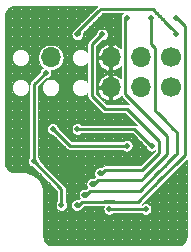
<source format=gbl>
%TF.GenerationSoftware,KiCad,Pcbnew,(5.1.2-1)-1*%
%TF.CreationDate,2020-09-09T12:48:07+02:00*%
%TF.ProjectId,RGB BYPASS AMP v3.1,52474220-4259-4504-9153-5320414d5020,2.21*%
%TF.SameCoordinates,Original*%
%TF.FileFunction,Copper,L2,Bot*%
%TF.FilePolarity,Positive*%
%FSLAX46Y46*%
G04 Gerber Fmt 4.6, Leading zero omitted, Abs format (unit mm)*
G04 Created by KiCad (PCBNEW (5.1.2-1)-1) date 2020-09-09 12:48:07*
%MOMM*%
%LPD*%
G04 APERTURE LIST*
%ADD10C,1.700000*%
%ADD11O,1.700000X1.700000*%
%ADD12C,0.500000*%
%ADD13C,0.400000*%
%ADD14C,0.152400*%
%ADD15C,0.250000*%
%ADD16C,0.100000*%
G04 APERTURE END LIST*
D10*
X73345000Y-132795000D03*
X73345000Y-135335000D03*
D11*
X70805000Y-132795000D03*
X70805000Y-135335000D03*
X68265000Y-132795000D03*
X68265000Y-135335000D03*
X63185000Y-132795000D03*
D12*
X65455000Y-138850000D03*
X71725000Y-140267500D03*
X69635000Y-140267500D03*
X71225000Y-145625000D03*
X68150000Y-145625000D03*
X63365000Y-138850000D03*
D13*
X62280000Y-135915000D03*
X63955000Y-135915000D03*
X64955000Y-135915000D03*
X64455000Y-135915000D03*
X63955000Y-134815000D03*
X64455000Y-134815000D03*
X64955000Y-134815000D03*
X69625000Y-146150000D03*
X67725000Y-147924000D03*
X59615000Y-139795000D03*
X59615000Y-136435000D03*
X70700000Y-141725000D03*
X59615000Y-131695000D03*
D12*
X67532300Y-129419800D03*
D13*
X62320000Y-128680000D03*
X64410000Y-128680000D03*
X60230000Y-128680000D03*
X64205000Y-135365000D03*
X64705000Y-135365000D03*
X65715000Y-143095000D03*
X64715000Y-143095000D03*
X65965000Y-142545000D03*
X64965000Y-142545000D03*
X64715000Y-141995000D03*
X65215000Y-141995000D03*
X65215000Y-143095000D03*
X65715000Y-141995000D03*
X63475000Y-144350000D03*
X64465000Y-142545000D03*
X65465000Y-142545000D03*
X67725000Y-148424000D03*
X67725000Y-147424000D03*
X70700000Y-141725000D03*
X66699800Y-147936700D03*
D12*
X73802300Y-130844800D03*
X65442300Y-130844800D03*
X66045000Y-144400000D03*
X71712300Y-129419800D03*
X66695000Y-143500000D03*
X69622300Y-129419800D03*
X67345000Y-142600000D03*
X67532300Y-130844800D03*
X73802300Y-129419800D03*
X65395000Y-145300000D03*
X62760000Y-134067500D03*
X64095000Y-145300000D03*
X61765200Y-141562300D03*
D14*
X65455000Y-138845000D02*
X65455000Y-138850000D01*
X63365000Y-138850000D02*
X63400000Y-138850000D01*
D15*
X68150000Y-145625000D02*
X71225000Y-145625000D01*
D14*
X63402500Y-138850000D02*
X63365000Y-138850000D01*
X69635000Y-140267500D02*
X69597500Y-140267500D01*
D15*
X68800000Y-138850000D02*
X68925000Y-138850000D01*
X68675000Y-138850000D02*
X68800000Y-138850000D01*
D14*
X69275000Y-138850000D02*
X68675000Y-138850000D01*
X68350000Y-138850000D02*
X68800000Y-138850000D01*
D15*
X68350000Y-138850000D02*
X68675000Y-138850000D01*
D14*
X69250000Y-138850000D02*
X68925000Y-138850000D01*
X71687500Y-140267500D02*
X71725000Y-140267500D01*
D15*
X70270000Y-138850000D02*
X70675000Y-139255000D01*
X67350000Y-138850000D02*
X70270000Y-138850000D01*
D14*
X70475000Y-139055000D02*
X70675000Y-139255000D01*
D15*
X70675000Y-139255000D02*
X71687500Y-140267500D01*
X65455000Y-138850000D02*
X67350000Y-138850000D01*
X67350000Y-138850000D02*
X68350000Y-138850000D01*
X64820000Y-140267500D02*
X63875000Y-139322500D01*
X69635000Y-140267500D02*
X64820000Y-140267500D01*
X63875000Y-139322500D02*
X63402500Y-138850000D01*
X64052500Y-139500000D02*
X63875000Y-139322500D01*
X69000000Y-128690000D02*
X71770000Y-128690000D01*
D14*
X73764800Y-130844800D02*
X73802300Y-130844800D01*
D15*
X73894000Y-130760000D02*
X73657033Y-130523033D01*
X73677000Y-130840000D02*
X73677000Y-130560000D01*
X73644000Y-130510000D02*
X73407033Y-130273033D01*
X73394000Y-130260000D02*
X73157033Y-130023033D01*
X73144000Y-130010000D02*
X72907033Y-129773033D01*
X72894000Y-129760000D02*
X72657033Y-129523033D01*
X72644000Y-129510000D02*
X72407033Y-129273033D01*
X72394000Y-129260000D02*
X72157033Y-129023033D01*
X72144000Y-129010000D02*
X71907033Y-128773033D01*
X71824000Y-128690000D02*
X71907033Y-128773033D01*
X71770000Y-128690000D02*
X71824000Y-128690000D01*
X69000000Y-128690000D02*
X68530000Y-128690000D01*
D14*
X67770000Y-128690000D02*
X67980000Y-128690000D01*
D15*
X67217300Y-128892700D02*
X65355000Y-130755000D01*
X65567000Y-130847400D02*
X65567000Y-130550000D01*
X67420000Y-128690000D02*
X67217300Y-128892700D01*
X68160000Y-128690000D02*
X67420000Y-128690000D01*
X68530000Y-128690000D02*
X68160000Y-128690000D01*
X68160000Y-128690000D02*
X67770000Y-128690000D01*
D14*
X68400000Y-144075000D02*
X67670000Y-144075000D01*
X71480000Y-143270000D02*
X71500000Y-143270000D01*
D15*
X68900000Y-144095000D02*
X68400000Y-144095000D01*
X69550000Y-144095000D02*
X69150000Y-144095000D01*
X69150000Y-144095000D02*
X68900000Y-144095000D01*
X70725000Y-144095000D02*
X72400000Y-142420000D01*
X68900000Y-144095000D02*
X69800000Y-144095000D01*
X72400000Y-142420000D02*
X71950000Y-142870000D01*
D14*
X69800000Y-144095000D02*
X70725000Y-144095000D01*
X70725000Y-144095000D02*
X72845000Y-141975000D01*
X70100000Y-144095000D02*
X70725000Y-144095000D01*
D15*
X72845000Y-141975000D02*
X72400000Y-142420000D01*
X69800000Y-144095000D02*
X70100000Y-144095000D01*
X70525000Y-144095000D02*
X70725000Y-144095000D01*
X70100000Y-144095000D02*
X70525000Y-144095000D01*
X70525000Y-144095000D02*
X70675000Y-144095000D01*
X66050400Y-144274980D02*
X66340000Y-144274980D01*
X66526760Y-144095000D02*
X66355270Y-144266490D01*
X66355270Y-144266490D02*
X66133020Y-144488740D01*
X66896260Y-144095000D02*
X66526760Y-144095000D01*
X66896260Y-144095000D02*
X69150000Y-144095000D01*
X73155000Y-141665000D02*
X72845000Y-141975000D01*
X72060000Y-132020000D02*
X72060000Y-133030000D01*
X72060000Y-133030000D02*
X72060000Y-133940000D01*
X72060000Y-133940000D02*
X72060000Y-134150000D01*
X73750000Y-141070000D02*
X73480000Y-141340000D01*
X73480000Y-141340000D02*
X73610000Y-141210000D01*
X73155000Y-141665000D02*
X73480000Y-141340000D01*
X73850000Y-140970000D02*
X73850000Y-139930000D01*
X73480000Y-141340000D02*
X73850000Y-140970000D01*
X73850000Y-139930000D02*
X73850000Y-140410000D01*
X73850000Y-139410000D02*
X73850000Y-139930000D01*
X72060000Y-137320000D02*
X72250000Y-137510000D01*
X72060000Y-136150000D02*
X72060000Y-137320000D01*
X72860000Y-138120000D02*
X72250000Y-137510000D01*
X72060000Y-133940000D02*
X72060000Y-136150000D01*
X72060000Y-136150000D02*
X72060000Y-136830000D01*
X73850000Y-139110000D02*
X73570000Y-138830000D01*
X73850000Y-139930000D02*
X73850000Y-139110000D01*
X73570000Y-138830000D02*
X73710000Y-138970000D01*
X72860000Y-138120000D02*
X73570000Y-138830000D01*
X71712300Y-131672300D02*
X72060000Y-132020000D01*
X71712300Y-129419800D02*
X71712300Y-131212300D01*
X71712300Y-131212300D02*
X71712300Y-131672300D01*
X69025000Y-143195000D02*
X67975000Y-143195000D01*
X70475000Y-143195000D02*
X69025000Y-143195000D01*
X69025000Y-143195000D02*
X68473280Y-143195000D01*
X67975000Y-143195000D02*
X67546260Y-143195000D01*
X66700400Y-143374980D02*
X66990000Y-143374980D01*
X67176760Y-143195000D02*
X67005270Y-143366490D01*
X67546260Y-143195000D02*
X67176760Y-143195000D01*
X67005270Y-143366490D02*
X66783020Y-143588740D01*
X67546260Y-143195000D02*
X67279560Y-143195000D01*
X70835000Y-143195000D02*
X71155000Y-142875000D01*
D14*
X71265000Y-142765000D02*
X71155000Y-142875000D01*
D15*
X71265000Y-142765000D02*
X71105000Y-142925000D01*
X69025000Y-143195000D02*
X70835000Y-143195000D01*
D14*
X72355000Y-141675000D02*
X72480000Y-141550000D01*
D15*
X71265000Y-142765000D02*
X72355000Y-141675000D01*
X72620000Y-141410000D02*
X73075000Y-140955000D01*
X73075000Y-140955000D02*
X73075000Y-140265000D01*
X72620000Y-141410000D02*
X72355000Y-141675000D01*
X73075000Y-139465000D02*
X71685000Y-138075000D01*
X73075000Y-140065000D02*
X73075000Y-139465000D01*
X73075000Y-140065000D02*
X73075000Y-140265000D01*
X71685000Y-138075000D02*
X72010000Y-138400000D01*
X69530000Y-135920000D02*
X69650000Y-136040000D01*
X69560000Y-135950000D02*
X69650000Y-136040000D01*
D14*
X69622300Y-129387700D02*
X69530000Y-129480000D01*
X69622300Y-129269800D02*
X69622300Y-129387700D01*
D15*
X69497400Y-129732000D02*
X69497400Y-129420000D01*
D14*
X69530000Y-129362100D02*
X69622300Y-129269800D01*
X69622300Y-129269800D02*
X69622300Y-129272300D01*
X69560300Y-129727700D02*
X69748000Y-129540000D01*
D15*
X69497400Y-135887400D02*
X69650000Y-136040000D01*
X69497400Y-135887400D02*
X69497400Y-135232600D01*
D14*
X69770000Y-136160000D02*
X69497400Y-135887400D01*
D15*
X69497400Y-129732000D02*
X69497400Y-135232600D01*
X69650000Y-136040000D02*
X69770000Y-136160000D01*
X69770000Y-136160000D02*
X71685000Y-138075000D01*
X71415000Y-141825000D02*
X71300000Y-141940000D01*
X70945000Y-142295000D02*
X71140000Y-142100000D01*
X69725000Y-142295000D02*
X70945000Y-142295000D01*
X71140000Y-142100000D02*
X71415000Y-141825000D01*
X70125000Y-142295000D02*
X69725000Y-142295000D01*
X70965000Y-142275000D02*
X71140000Y-142100000D01*
X69725000Y-142295000D02*
X68150000Y-142295000D01*
X67350400Y-142474980D02*
X67640000Y-142474980D01*
X67655270Y-142466490D02*
X67433020Y-142688740D01*
X68196260Y-142295000D02*
X67929560Y-142295000D01*
X67826760Y-142295000D02*
X67655270Y-142466490D01*
X68196260Y-142295000D02*
X67826760Y-142295000D01*
D14*
X71300000Y-135830000D02*
X70805000Y-135335000D01*
X70805000Y-135335000D02*
X70805000Y-135995000D01*
D15*
X66650000Y-131689600D02*
X66650000Y-136020000D01*
X67494800Y-130844800D02*
X66650000Y-131689600D01*
D14*
X67532300Y-130844800D02*
X67494800Y-130844800D01*
D15*
X72385000Y-139885000D02*
X72385000Y-140855000D01*
X72385000Y-140855000D02*
X71415000Y-141825000D01*
X69620000Y-137120000D02*
X72385000Y-139885000D01*
X66650000Y-136020000D02*
X67750000Y-137120000D01*
D14*
X69230000Y-137120000D02*
X69285830Y-137120000D01*
X69285830Y-137120000D02*
X69350000Y-137120000D01*
D15*
X68890000Y-137120000D02*
X69230000Y-137120000D01*
X68890000Y-137120000D02*
X69620000Y-137120000D01*
X67750000Y-137120000D02*
X68890000Y-137120000D01*
X73802300Y-129392300D02*
X74570000Y-130160000D01*
D14*
X68650000Y-144975000D02*
X67670000Y-144975000D01*
D15*
X69400000Y-144995000D02*
X70565000Y-144995000D01*
X69400000Y-144995000D02*
X69225000Y-144995000D01*
X70615000Y-144995000D02*
X72485000Y-143125000D01*
X72060000Y-143550000D02*
X72485000Y-143125000D01*
X69625000Y-144995000D02*
X69400000Y-144995000D01*
X70025000Y-144995000D02*
X69625000Y-144995000D01*
X70425000Y-144995000D02*
X70615000Y-144995000D01*
D14*
X69625000Y-144995000D02*
X70425000Y-144995000D01*
D15*
X65400400Y-145174980D02*
X65690000Y-145174980D01*
X65705270Y-145166490D02*
X65483020Y-145388740D01*
X65876760Y-144995000D02*
X65705270Y-145166490D01*
X66246260Y-144995000D02*
X65876760Y-144995000D01*
X66246260Y-144995000D02*
X69021060Y-144995000D01*
X69021060Y-144995000D02*
X68650000Y-144995000D01*
X69225000Y-144995000D02*
X69021060Y-144995000D01*
X72485000Y-143125000D02*
X73930000Y-141680000D01*
X74570000Y-141040000D02*
X74320000Y-141290000D01*
X74570000Y-140760000D02*
X74570000Y-141040000D01*
D14*
X74320000Y-141290000D02*
X74423601Y-141186399D01*
D15*
X73930000Y-141680000D02*
X74320000Y-141290000D01*
D14*
X74570000Y-130570000D02*
X74570000Y-130420000D01*
D15*
X74570000Y-140760000D02*
X74570000Y-130570000D01*
X74570000Y-130720000D02*
X74570000Y-130160000D01*
X64095000Y-145325000D02*
X64095000Y-144405000D01*
X64095000Y-144500000D02*
X64095000Y-145325000D01*
D14*
X61752500Y-141575000D02*
X61752500Y-141612500D01*
X61752500Y-141575000D02*
X61752500Y-141672500D01*
X61765200Y-141599800D02*
X61765200Y-141562300D01*
D15*
X64095000Y-143929600D02*
X61765200Y-141599800D01*
X64095000Y-144245000D02*
X64095000Y-143929600D01*
X64095000Y-145300000D02*
X64095000Y-144245000D01*
X64095000Y-144245000D02*
X64095000Y-144047500D01*
X61765200Y-135062300D02*
X62760000Y-134067500D01*
X61765200Y-136305200D02*
X61765200Y-135062300D01*
X61765200Y-141562300D02*
X61765200Y-136305200D01*
D14*
X61765200Y-136305200D02*
X61765200Y-135465200D01*
D16*
X60091346Y-128455000D02*
X67131742Y-128455000D01*
X59729554Y-128550000D02*
X67036742Y-128550000D01*
X59592799Y-128645000D02*
X66941742Y-128645000D01*
X59502591Y-128740000D02*
X66846742Y-128740000D01*
X59437710Y-128835000D02*
X66751742Y-128835000D01*
X59389575Y-128930000D02*
X66656742Y-128930000D01*
X59360893Y-129025000D02*
X66561742Y-129025000D01*
X59344533Y-129120000D02*
X66466742Y-129120000D01*
X67513258Y-129120000D02*
X69227289Y-129120000D01*
X59335218Y-129215000D02*
X66371742Y-129215000D01*
X67418258Y-129215000D02*
X69171348Y-129215000D01*
X59335000Y-129310000D02*
X66276742Y-129310000D01*
X67323258Y-129310000D02*
X69139444Y-129310000D01*
X59335000Y-129405000D02*
X66181742Y-129405000D01*
X67228258Y-129405000D02*
X69127300Y-129405000D01*
X59335000Y-129500000D02*
X66086742Y-129500000D01*
X67133258Y-129500000D02*
X69127400Y-129500000D01*
X59335000Y-129595000D02*
X65991742Y-129595000D01*
X67038258Y-129595000D02*
X69127400Y-129595000D01*
X59335000Y-129690000D02*
X65896742Y-129690000D01*
X66943258Y-129690000D02*
X69127400Y-129690000D01*
X59335000Y-129785000D02*
X65801742Y-129785000D01*
X66848258Y-129785000D02*
X69127400Y-129785000D01*
X59335000Y-129880000D02*
X65706742Y-129880000D01*
X66753258Y-129880000D02*
X69127400Y-129880000D01*
X59335000Y-129975000D02*
X65611742Y-129975000D01*
X66658258Y-129975000D02*
X69127400Y-129975000D01*
X59335000Y-130070000D02*
X65516742Y-130070000D01*
X66563258Y-130070000D02*
X69127400Y-130070000D01*
X59335000Y-130165000D02*
X65421742Y-130165000D01*
X66468258Y-130165000D02*
X69127400Y-130165000D01*
X59335000Y-130260000D02*
X65326742Y-130260000D01*
X66373258Y-130260000D02*
X69127400Y-130260000D01*
X59335000Y-130355000D02*
X65231742Y-130355000D01*
X66278258Y-130355000D02*
X67457406Y-130355000D01*
X67607195Y-130355000D02*
X69127400Y-130355000D01*
X59335000Y-130450000D02*
X65136742Y-130450000D01*
X66183258Y-130450000D02*
X67232184Y-130450000D01*
X67832417Y-130450000D02*
X69127400Y-130450000D01*
X59335000Y-130545000D02*
X65047289Y-130545000D01*
X66088258Y-130545000D02*
X67137289Y-130545000D01*
X67927312Y-130545000D02*
X69127400Y-130545000D01*
X59335000Y-130640000D02*
X64991348Y-130640000D01*
X65993258Y-130640000D02*
X67081348Y-130640000D01*
X67983253Y-130640000D02*
X69127400Y-130640000D01*
X59335000Y-130735000D02*
X64959444Y-130735000D01*
X65937000Y-130735000D02*
X67049444Y-130735000D01*
X68015157Y-130735000D02*
X69127400Y-130735000D01*
X59335000Y-130830000D02*
X64947300Y-130830000D01*
X65937300Y-130830000D02*
X66986342Y-130830000D01*
X68027300Y-130830000D02*
X69127400Y-130830000D01*
X59335000Y-130925000D02*
X64953555Y-130925000D01*
X65931044Y-130925000D02*
X66891342Y-130925000D01*
X68021044Y-130925000D02*
X69127400Y-130925000D01*
X59335000Y-131020000D02*
X64979086Y-131020000D01*
X65905513Y-131020000D02*
X66796342Y-131020000D01*
X67995513Y-131020000D02*
X69127400Y-131020000D01*
X59335000Y-131115000D02*
X65027510Y-131115000D01*
X65857089Y-131115000D02*
X66701342Y-131115000D01*
X67947089Y-131115000D02*
X69127400Y-131115000D01*
X59335000Y-131210000D02*
X65107464Y-131210000D01*
X65777136Y-131210000D02*
X66606342Y-131210000D01*
X67867136Y-131210000D02*
X69127400Y-131210000D01*
X59335000Y-131305000D02*
X65259824Y-131305000D01*
X65624775Y-131305000D02*
X66511342Y-131305000D01*
X67714775Y-131305000D02*
X69127400Y-131305000D01*
X59335000Y-131400000D02*
X66416342Y-131400000D01*
X67462858Y-131400000D02*
X69127400Y-131400000D01*
X59335000Y-131495000D02*
X66334479Y-131495000D01*
X67367858Y-131495000D02*
X69127400Y-131495000D01*
X59335000Y-131590000D02*
X66293566Y-131590000D01*
X67272858Y-131590000D02*
X69127400Y-131590000D01*
X59335000Y-131685000D02*
X66278665Y-131685000D01*
X67177858Y-131685000D02*
X69127400Y-131685000D01*
X59335000Y-131780000D02*
X62761048Y-131780000D01*
X63608953Y-131780000D02*
X66280000Y-131780000D01*
X67082858Y-131780000D02*
X67718706Y-131780000D01*
X68124500Y-131780000D02*
X68405500Y-131780000D01*
X68811295Y-131780000D02*
X69127400Y-131780000D01*
X59335000Y-131875000D02*
X62583316Y-131875000D01*
X63786685Y-131875000D02*
X66280000Y-131875000D01*
X67020000Y-131875000D02*
X67576185Y-131875000D01*
X68124500Y-131875000D02*
X68405500Y-131875000D01*
X68953816Y-131875000D02*
X69127400Y-131875000D01*
X59335000Y-131970000D02*
X62464208Y-131970000D01*
X63905793Y-131970000D02*
X66280000Y-131970000D01*
X67020000Y-131970000D02*
X67465266Y-131970000D01*
X68124500Y-131970000D02*
X68405500Y-131970000D01*
X69064735Y-131970000D02*
X69127400Y-131970000D01*
X59335000Y-132065000D02*
X60496214Y-132065000D01*
X60793787Y-132065000D02*
X62367557Y-132065000D01*
X64002444Y-132065000D02*
X65576214Y-132065000D01*
X65873787Y-132065000D02*
X66280000Y-132065000D01*
X67020000Y-132065000D02*
X67373146Y-132065000D01*
X68124500Y-132065000D02*
X68405500Y-132065000D01*
X59335000Y-132160000D02*
X60254380Y-132160000D01*
X61035621Y-132160000D02*
X62289592Y-132160000D01*
X64080409Y-132160000D02*
X65334380Y-132160000D01*
X66115621Y-132160000D02*
X66280000Y-132160000D01*
X67020000Y-132160000D02*
X67307970Y-132160000D01*
X68124500Y-132160000D02*
X68405500Y-132160000D01*
X59335000Y-132255000D02*
X60131411Y-132255000D01*
X61158589Y-132255000D02*
X62232029Y-132255000D01*
X64137972Y-132255000D02*
X65211411Y-132255000D01*
X66238589Y-132255000D02*
X66280000Y-132255000D01*
X67020000Y-132255000D02*
X67246586Y-132255000D01*
X68124500Y-132255000D02*
X68405500Y-132255000D01*
X59335000Y-132350000D02*
X60046336Y-132350000D01*
X61243665Y-132350000D02*
X62181251Y-132350000D01*
X64188750Y-132350000D02*
X65126336Y-132350000D01*
X67020000Y-132350000D02*
X67206007Y-132350000D01*
X68124500Y-132350000D02*
X68405500Y-132350000D01*
X59335000Y-132445000D02*
X59983592Y-132445000D01*
X61306409Y-132445000D02*
X62146900Y-132445000D01*
X64223101Y-132445000D02*
X65063592Y-132445000D01*
X67020000Y-132445000D02*
X67168359Y-132445000D01*
X68124500Y-132445000D02*
X68405500Y-132445000D01*
X59335000Y-132540000D02*
X59944242Y-132540000D01*
X61345759Y-132540000D02*
X62118082Y-132540000D01*
X64251919Y-132540000D02*
X65024242Y-132540000D01*
X67020000Y-132540000D02*
X67169820Y-132540000D01*
X68124500Y-132540000D02*
X68405500Y-132540000D01*
X59335000Y-132635000D02*
X59917231Y-132635000D01*
X61372770Y-132635000D02*
X62100461Y-132635000D01*
X64269540Y-132635000D02*
X64997231Y-132635000D01*
X67020000Y-132635000D02*
X67191191Y-132635000D01*
X68124500Y-132635000D02*
X68405500Y-132635000D01*
X59335000Y-132730000D02*
X59900000Y-132730000D01*
X61390000Y-132730000D02*
X62091104Y-132730000D01*
X64278897Y-132730000D02*
X64980000Y-132730000D01*
X67020000Y-132730000D02*
X68425500Y-132730000D01*
X59335000Y-132825000D02*
X59900000Y-132825000D01*
X61390000Y-132825000D02*
X62087656Y-132825000D01*
X64282343Y-132825000D02*
X64980000Y-132825000D01*
X67020000Y-132825000D02*
X68425500Y-132825000D01*
X59335000Y-132920000D02*
X59910268Y-132920000D01*
X61379731Y-132920000D02*
X62097013Y-132920000D01*
X64272986Y-132920000D02*
X64990268Y-132920000D01*
X67020000Y-132920000D02*
X68425500Y-132920000D01*
X59335000Y-133015000D02*
X59929744Y-133015000D01*
X61360255Y-133015000D02*
X62107464Y-133015000D01*
X64262535Y-133015000D02*
X65009744Y-133015000D01*
X67020000Y-133015000D02*
X67177695Y-133015000D01*
X68124500Y-133015000D02*
X68405500Y-133015000D01*
X59335000Y-133110000D02*
X59969094Y-133110000D01*
X61320905Y-133110000D02*
X62136282Y-133110000D01*
X64233717Y-133110000D02*
X65049094Y-133110000D01*
X67020000Y-133110000D02*
X67156324Y-133110000D01*
X68124500Y-133110000D02*
X68405500Y-133110000D01*
X59335000Y-133205000D02*
X60022949Y-133205000D01*
X61267050Y-133205000D02*
X62165100Y-133205000D01*
X64204899Y-133205000D02*
X65102949Y-133205000D01*
X67020000Y-133205000D02*
X67192136Y-133205000D01*
X68124500Y-133205000D02*
X68405500Y-133205000D01*
X59335000Y-133300000D02*
X60096411Y-133300000D01*
X61193589Y-133300000D02*
X62213320Y-133300000D01*
X64156679Y-133300000D02*
X65176411Y-133300000D01*
X66273589Y-133300000D02*
X66280000Y-133300000D01*
X67020000Y-133300000D02*
X67229783Y-133300000D01*
X68124500Y-133300000D02*
X68405500Y-133300000D01*
X59335000Y-133395000D02*
X60201998Y-133395000D01*
X61088001Y-133395000D02*
X62264099Y-133395000D01*
X64105900Y-133395000D02*
X65281998Y-133395000D01*
X66168001Y-133395000D02*
X66280000Y-133395000D01*
X67020000Y-133395000D02*
X67285354Y-133395000D01*
X68124500Y-133395000D02*
X68405500Y-133395000D01*
X59335000Y-133490000D02*
X60376098Y-133490000D01*
X60913901Y-133490000D02*
X62338832Y-133490000D01*
X64031167Y-133490000D02*
X65456098Y-133490000D01*
X65993901Y-133490000D02*
X66280000Y-133490000D01*
X67020000Y-133490000D02*
X67346737Y-133490000D01*
X68124500Y-133490000D02*
X68405500Y-133490000D01*
X59335000Y-133585000D02*
X62421559Y-133585000D01*
X63948440Y-133585000D02*
X66280000Y-133585000D01*
X67020000Y-133585000D02*
X67431326Y-133585000D01*
X68124500Y-133585000D02*
X68405500Y-133585000D01*
X69098674Y-133585000D02*
X69127401Y-133585000D01*
X59335000Y-133680000D02*
X62448958Y-133680000D01*
X63832682Y-133680000D02*
X66280000Y-133680000D01*
X67020000Y-133680000D02*
X67525509Y-133680000D01*
X68124500Y-133680000D02*
X68405500Y-133680000D01*
X69004490Y-133680000D02*
X69127401Y-133680000D01*
X59335000Y-133775000D02*
X62360111Y-133775000D01*
X63674432Y-133775000D02*
X66280000Y-133775000D01*
X67020000Y-133775000D02*
X67663055Y-133775000D01*
X68124500Y-133775000D02*
X68405500Y-133775000D01*
X68866944Y-133775000D02*
X69127401Y-133775000D01*
X59335000Y-133870000D02*
X62306024Y-133870000D01*
X63413357Y-133870000D02*
X66280000Y-133870000D01*
X67020000Y-133870000D02*
X67857477Y-133870000D01*
X68097375Y-133870000D02*
X68432624Y-133870000D01*
X68672522Y-133870000D02*
X69127401Y-133870000D01*
X59335000Y-133965000D02*
X62275692Y-133965000D01*
X63244309Y-133965000D02*
X66280000Y-133965000D01*
X67020000Y-133965000D02*
X69127401Y-133965000D01*
X59335000Y-134060000D02*
X62244242Y-134060000D01*
X63255000Y-134060000D02*
X66280000Y-134060000D01*
X67020000Y-134060000D02*
X69127401Y-134060000D01*
X59335000Y-134155000D02*
X62149242Y-134155000D01*
X63247292Y-134155000D02*
X66280000Y-134155000D01*
X67020000Y-134155000D02*
X69127401Y-134155000D01*
X59335000Y-134250000D02*
X62054242Y-134250000D01*
X63220189Y-134250000D02*
X66280000Y-134250000D01*
X67020000Y-134250000D02*
X67880607Y-134250000D01*
X68053592Y-134250000D02*
X68476409Y-134250000D01*
X68649394Y-134250000D02*
X69127401Y-134250000D01*
X59335000Y-134345000D02*
X61959242Y-134345000D01*
X63169911Y-134345000D02*
X66280000Y-134345000D01*
X67020000Y-134345000D02*
X67677535Y-134345000D01*
X68124500Y-134345000D02*
X68405500Y-134345000D01*
X68852466Y-134345000D02*
X69127401Y-134345000D01*
X59335000Y-134440000D02*
X61864242Y-134440000D01*
X63087536Y-134440000D02*
X66280000Y-134440000D01*
X67020000Y-134440000D02*
X67539989Y-134440000D01*
X68124500Y-134440000D02*
X68405500Y-134440000D01*
X68990012Y-134440000D02*
X69127401Y-134440000D01*
X59335000Y-134535000D02*
X61769242Y-134535000D01*
X62924851Y-134535000D02*
X66280000Y-134535000D01*
X67020000Y-134535000D02*
X67441024Y-134535000D01*
X68124500Y-134535000D02*
X68405500Y-134535000D01*
X69088977Y-134535000D02*
X69127401Y-134535000D01*
X59335000Y-134630000D02*
X60400242Y-134630000D01*
X60889759Y-134630000D02*
X61674242Y-134630000D01*
X62720758Y-134630000D02*
X62942630Y-134630000D01*
X63427371Y-134630000D02*
X65482630Y-134630000D01*
X65967371Y-134630000D02*
X66280000Y-134630000D01*
X67020000Y-134630000D02*
X67353200Y-134630000D01*
X68124500Y-134630000D02*
X68405500Y-134630000D01*
X59335000Y-134725000D02*
X60216965Y-134725000D01*
X61073036Y-134725000D02*
X61579242Y-134725000D01*
X62625758Y-134725000D02*
X62753939Y-134725000D01*
X63616062Y-134725000D02*
X65293939Y-134725000D01*
X66156062Y-134725000D02*
X66280000Y-134725000D01*
X67020000Y-134725000D02*
X67291816Y-134725000D01*
X68124500Y-134725000D02*
X68405500Y-134725000D01*
X59335000Y-134820000D02*
X60106411Y-134820000D01*
X61183589Y-134820000D02*
X61485404Y-134820000D01*
X62530758Y-134820000D02*
X62643887Y-134820000D01*
X63726114Y-134820000D02*
X65183887Y-134820000D01*
X66266115Y-134820000D02*
X66280000Y-134820000D01*
X67020000Y-134820000D02*
X67233747Y-134820000D01*
X68124500Y-134820000D02*
X68405500Y-134820000D01*
X59335000Y-134915000D02*
X60029631Y-134915000D01*
X61260370Y-134915000D02*
X61424396Y-134915000D01*
X62435758Y-134915000D02*
X62565923Y-134915000D01*
X63804078Y-134915000D02*
X65105923Y-134915000D01*
X67020000Y-134915000D02*
X67196100Y-134915000D01*
X68124500Y-134915000D02*
X68405500Y-134915000D01*
X59335000Y-135010000D02*
X59973237Y-135010000D01*
X61316764Y-135010000D02*
X61398563Y-135010000D01*
X62340758Y-135010000D02*
X62513971Y-135010000D01*
X63856030Y-135010000D02*
X65053971Y-135010000D01*
X67020000Y-135010000D02*
X67158452Y-135010000D01*
X68124500Y-135010000D02*
X68405500Y-135010000D01*
X59335000Y-135105000D02*
X59933887Y-135105000D01*
X61356114Y-135105000D02*
X61395201Y-135105000D01*
X62245758Y-135105000D02*
X62476248Y-135105000D01*
X63893753Y-135105000D02*
X65016248Y-135105000D01*
X67020000Y-135105000D02*
X67175444Y-135105000D01*
X68124500Y-135105000D02*
X68405500Y-135105000D01*
X59335000Y-135200000D02*
X59912258Y-135200000D01*
X61377743Y-135200000D02*
X61395201Y-135200000D01*
X62150758Y-135200000D02*
X62449693Y-135200000D01*
X63920308Y-135200000D02*
X64989693Y-135200000D01*
X67020000Y-135200000D02*
X68425500Y-135200000D01*
X59335000Y-135295000D02*
X59900000Y-135295000D01*
X61390000Y-135295000D02*
X61395201Y-135295000D01*
X62135200Y-135295000D02*
X62440336Y-135295000D01*
X63929665Y-135295000D02*
X64980336Y-135295000D01*
X67020000Y-135295000D02*
X68425500Y-135295000D01*
X59335000Y-135390000D02*
X59900000Y-135390000D01*
X61390000Y-135390000D02*
X61395201Y-135390000D01*
X62135200Y-135390000D02*
X62441812Y-135390000D01*
X63928187Y-135390000D02*
X64981812Y-135390000D01*
X67020000Y-135390000D02*
X68425500Y-135390000D01*
X59335000Y-135485000D02*
X59915241Y-135485000D01*
X61374758Y-135485000D02*
X61395201Y-135485000D01*
X62135200Y-135485000D02*
X62451979Y-135485000D01*
X63918020Y-135485000D02*
X64991979Y-135485000D01*
X67020000Y-135485000D02*
X67193441Y-135485000D01*
X68124500Y-135485000D02*
X68405500Y-135485000D01*
X59335000Y-135580000D02*
X59940099Y-135580000D01*
X61349900Y-135580000D02*
X61395201Y-135580000D01*
X62135200Y-135580000D02*
X62480797Y-135580000D01*
X63889202Y-135580000D02*
X65020797Y-135580000D01*
X67020000Y-135580000D02*
X67172071Y-135580000D01*
X68124500Y-135580000D02*
X68405500Y-135580000D01*
X59335000Y-135675000D02*
X59979449Y-135675000D01*
X61310550Y-135675000D02*
X61395201Y-135675000D01*
X62135200Y-135675000D02*
X62521988Y-135675000D01*
X63848011Y-135675000D02*
X65061988Y-135675000D01*
X67020000Y-135675000D02*
X67164395Y-135675000D01*
X68124500Y-135675000D02*
X68405500Y-135675000D01*
X59335000Y-135770000D02*
X60039653Y-135770000D01*
X61250346Y-135770000D02*
X61395201Y-135770000D01*
X62135200Y-135770000D02*
X62578232Y-135770000D01*
X63791767Y-135770000D02*
X65118232Y-135770000D01*
X67020000Y-135770000D02*
X67202043Y-135770000D01*
X68124500Y-135770000D02*
X68405500Y-135770000D01*
X59335000Y-135865000D02*
X60121411Y-135865000D01*
X61168589Y-135865000D02*
X61395201Y-135865000D01*
X62135200Y-135865000D02*
X62656457Y-135865000D01*
X63713542Y-135865000D02*
X65196457Y-135865000D01*
X66253542Y-135865000D02*
X66280001Y-135865000D01*
X67020000Y-135865000D02*
X67240124Y-135865000D01*
X68124500Y-135865000D02*
X68405500Y-135865000D01*
X59335000Y-135960000D02*
X60239413Y-135960000D01*
X61050586Y-135960000D02*
X61395201Y-135960000D01*
X62135200Y-135960000D02*
X62773885Y-135960000D01*
X63596114Y-135960000D02*
X65313885Y-135960000D01*
X66136114Y-135960000D02*
X66280001Y-135960000D01*
X67113259Y-135960000D02*
X67301507Y-135960000D01*
X68124500Y-135960000D02*
X68405500Y-135960000D01*
X59335000Y-136055000D02*
X60445940Y-136055000D01*
X60844059Y-136055000D02*
X61395201Y-136055000D01*
X62135200Y-136055000D02*
X62992078Y-136055000D01*
X63377921Y-136055000D02*
X65532078Y-136055000D01*
X65917921Y-136055000D02*
X66281658Y-136055000D01*
X67208259Y-136055000D02*
X67363448Y-136055000D01*
X68124500Y-136055000D02*
X68405500Y-136055000D01*
X69166551Y-136055000D02*
X69167446Y-136055000D01*
X59335000Y-136150000D02*
X61395201Y-136150000D01*
X62135200Y-136150000D02*
X66302786Y-136150000D01*
X67303259Y-136150000D02*
X67455568Y-136150000D01*
X68124500Y-136150000D02*
X68405500Y-136150000D01*
X69074431Y-136150000D02*
X69234262Y-136150000D01*
X59335000Y-136245000D02*
X61395201Y-136245000D01*
X62135200Y-136245000D02*
X66356005Y-136245000D01*
X67398259Y-136245000D02*
X67561705Y-136245000D01*
X68124500Y-136245000D02*
X68405500Y-136245000D01*
X68968294Y-136245000D02*
X69331742Y-136245000D01*
X59335000Y-136340000D02*
X61395201Y-136340000D01*
X62135200Y-136340000D02*
X66446741Y-136340000D01*
X67493259Y-136340000D02*
X67699252Y-136340000D01*
X68124500Y-136340000D02*
X68405500Y-136340000D01*
X68830747Y-136340000D02*
X69426742Y-136340000D01*
X59335000Y-136435000D02*
X61395201Y-136435000D01*
X62135200Y-136435000D02*
X66541741Y-136435000D01*
X67588259Y-136435000D02*
X67916257Y-136435000D01*
X67987915Y-136435000D02*
X68542084Y-136435000D01*
X68613742Y-136435000D02*
X69521742Y-136435000D01*
X59335000Y-136530000D02*
X61395201Y-136530000D01*
X62135200Y-136530000D02*
X66636741Y-136530000D01*
X67683259Y-136530000D02*
X69616742Y-136530000D01*
X59335000Y-136625000D02*
X61395201Y-136625000D01*
X62135200Y-136625000D02*
X66731741Y-136625000D01*
X67778259Y-136625000D02*
X69711742Y-136625000D01*
X59335000Y-136720000D02*
X61395201Y-136720000D01*
X62135200Y-136720000D02*
X66826741Y-136720000D01*
X67873259Y-136720000D02*
X69806742Y-136720000D01*
X59335000Y-136815000D02*
X61395201Y-136815000D01*
X62135200Y-136815000D02*
X66921741Y-136815000D01*
X59335000Y-136910000D02*
X61395201Y-136910000D01*
X62135200Y-136910000D02*
X67016741Y-136910000D01*
X59335000Y-137005000D02*
X61395201Y-137005000D01*
X62135200Y-137005000D02*
X67111741Y-137005000D01*
X59335000Y-137100000D02*
X61395201Y-137100000D01*
X62135200Y-137100000D02*
X67206741Y-137100000D01*
X59335000Y-137195000D02*
X61395201Y-137195000D01*
X62135200Y-137195000D02*
X67301741Y-137195000D01*
X59335000Y-137290000D02*
X61395201Y-137290000D01*
X62135200Y-137290000D02*
X67396741Y-137290000D01*
X59335000Y-137385000D02*
X61395201Y-137385000D01*
X62135200Y-137385000D02*
X67489669Y-137385000D01*
X59335000Y-137480000D02*
X61395201Y-137480000D01*
X62135200Y-137480000D02*
X67662151Y-137480000D01*
X59335000Y-137575000D02*
X61395201Y-137575000D01*
X62135200Y-137575000D02*
X69551742Y-137575000D01*
X59335000Y-137670000D02*
X61395201Y-137670000D01*
X62135200Y-137670000D02*
X69646742Y-137670000D01*
X59335000Y-137765000D02*
X61395201Y-137765000D01*
X62135200Y-137765000D02*
X69741742Y-137765000D01*
X59335000Y-137860000D02*
X61395201Y-137860000D01*
X62135200Y-137860000D02*
X69836742Y-137860000D01*
X59335000Y-137955000D02*
X61395201Y-137955000D01*
X62135200Y-137955000D02*
X69931742Y-137955000D01*
X59335000Y-138050000D02*
X61395201Y-138050000D01*
X62135200Y-138050000D02*
X70026742Y-138050000D01*
X59335000Y-138145000D02*
X61395201Y-138145000D01*
X62135200Y-138145000D02*
X70121742Y-138145000D01*
X59335000Y-138240000D02*
X61395201Y-138240000D01*
X62135200Y-138240000D02*
X70216742Y-138240000D01*
X59335000Y-138335000D02*
X61395201Y-138335000D01*
X62135200Y-138335000D02*
X70311742Y-138335000D01*
X59335000Y-138430000D02*
X61395201Y-138430000D01*
X62135200Y-138430000D02*
X63102599Y-138430000D01*
X63627402Y-138430000D02*
X65192599Y-138430000D01*
X65717402Y-138430000D02*
X70406742Y-138430000D01*
X59335000Y-138525000D02*
X61395201Y-138525000D01*
X62135200Y-138525000D02*
X62989964Y-138525000D01*
X63740036Y-138525000D02*
X65079964Y-138525000D01*
X59335000Y-138620000D02*
X61395201Y-138620000D01*
X62135200Y-138620000D02*
X62924486Y-138620000D01*
X63805515Y-138620000D02*
X65014486Y-138620000D01*
X59335000Y-138715000D02*
X61395201Y-138715000D01*
X62135200Y-138715000D02*
X62887156Y-138715000D01*
X63842844Y-138715000D02*
X64977156Y-138715000D01*
X59335000Y-138810000D02*
X61395201Y-138810000D01*
X62135200Y-138810000D02*
X62870000Y-138810000D01*
X63885759Y-138810000D02*
X64960000Y-138810000D01*
X59335000Y-138905000D02*
X61395201Y-138905000D01*
X62135200Y-138905000D02*
X62871242Y-138905000D01*
X63980759Y-138905000D02*
X64961242Y-138905000D01*
X59335000Y-139000000D02*
X61395201Y-139000000D01*
X62135200Y-139000000D02*
X62891348Y-139000000D01*
X64075759Y-139000000D02*
X64981348Y-139000000D01*
X59335000Y-139095000D02*
X61395201Y-139095000D01*
X62135200Y-139095000D02*
X62933372Y-139095000D01*
X64170759Y-139095000D02*
X65023372Y-139095000D01*
X59335000Y-139190000D02*
X61395201Y-139190000D01*
X62135200Y-139190000D02*
X63004964Y-139190000D01*
X64265759Y-139190000D02*
X65094964Y-139190000D01*
X59335000Y-139285000D02*
X61395201Y-139285000D01*
X62135200Y-139285000D02*
X63125047Y-139285000D01*
X64360759Y-139285000D02*
X65215047Y-139285000D01*
X65694952Y-139285000D02*
X70181741Y-139285000D01*
X59335000Y-139380000D02*
X61395201Y-139380000D01*
X62135200Y-139380000D02*
X63409241Y-139380000D01*
X64455759Y-139380000D02*
X70276741Y-139380000D01*
X59335000Y-139475000D02*
X61395201Y-139475000D01*
X62135200Y-139475000D02*
X63504241Y-139475000D01*
X64550759Y-139475000D02*
X70371741Y-139475000D01*
X59335000Y-139570000D02*
X61395201Y-139570000D01*
X62135200Y-139570000D02*
X63599241Y-139570000D01*
X64645759Y-139570000D02*
X70466741Y-139570000D01*
X59335000Y-139665000D02*
X61395201Y-139665000D01*
X62135200Y-139665000D02*
X63694241Y-139665000D01*
X64740759Y-139665000D02*
X70561741Y-139665000D01*
X59335000Y-139760000D02*
X61395201Y-139760000D01*
X62135200Y-139760000D02*
X63789241Y-139760000D01*
X64835759Y-139760000D02*
X70656741Y-139760000D01*
X59335000Y-139855000D02*
X61395201Y-139855000D01*
X62135200Y-139855000D02*
X63884241Y-139855000D01*
X64930759Y-139855000D02*
X69361374Y-139855000D01*
X69908627Y-139855000D02*
X70751741Y-139855000D01*
X59335000Y-139950000D02*
X61395201Y-139950000D01*
X62135200Y-139950000D02*
X63979241Y-139950000D01*
X70017536Y-139950000D02*
X70846741Y-139950000D01*
X59335000Y-140045000D02*
X61395201Y-140045000D01*
X62135200Y-140045000D02*
X64074241Y-140045000D01*
X70078622Y-140045000D02*
X70941741Y-140045000D01*
X59335000Y-140140000D02*
X61395201Y-140140000D01*
X62135200Y-140140000D02*
X64169241Y-140140000D01*
X70114336Y-140140000D02*
X71036741Y-140140000D01*
X59335000Y-140235000D02*
X61395201Y-140235000D01*
X62135200Y-140235000D02*
X64264241Y-140235000D01*
X70130000Y-140235000D02*
X71131741Y-140235000D01*
X59335000Y-140330000D02*
X61395201Y-140330000D01*
X62135200Y-140330000D02*
X64359241Y-140330000D01*
X70127265Y-140330000D02*
X71226741Y-140330000D01*
X59335000Y-140425000D02*
X61395201Y-140425000D01*
X62135200Y-140425000D02*
X64454241Y-140425000D01*
X70105545Y-140425000D02*
X71254454Y-140425000D01*
X59335000Y-140520000D02*
X61395201Y-140520000D01*
X62135200Y-140520000D02*
X64548574Y-140520000D01*
X70061615Y-140520000D02*
X71298384Y-140520000D01*
X59335000Y-140615000D02*
X61395201Y-140615000D01*
X62135200Y-140615000D02*
X64690944Y-140615000D01*
X69987536Y-140615000D02*
X71372464Y-140615000D01*
X59335000Y-140710000D02*
X61395201Y-140710000D01*
X62135200Y-140710000D02*
X69409793Y-140710000D01*
X69860206Y-140710000D02*
X71499793Y-140710000D01*
X71950206Y-140710000D02*
X72006742Y-140710000D01*
X59335000Y-140805000D02*
X61395201Y-140805000D01*
X62135200Y-140805000D02*
X71911742Y-140805000D01*
X59335000Y-140900000D02*
X61395201Y-140900000D01*
X62135200Y-140900000D02*
X71816742Y-140900000D01*
X59335000Y-140995000D02*
X61395201Y-140995000D01*
X62135200Y-140995000D02*
X71721742Y-140995000D01*
X59335000Y-141090000D02*
X61395201Y-141090000D01*
X62135200Y-141090000D02*
X71626742Y-141090000D01*
X59335000Y-141185000D02*
X61395201Y-141185000D01*
X62135200Y-141185000D02*
X71531742Y-141185000D01*
X59335000Y-141280000D02*
X61358496Y-141280000D01*
X62171905Y-141280000D02*
X71436742Y-141280000D01*
X59335000Y-141375000D02*
X61306999Y-141375000D01*
X62223402Y-141375000D02*
X71341742Y-141375000D01*
X59335000Y-141470000D02*
X61278863Y-141470000D01*
X62251538Y-141470000D02*
X71246742Y-141470000D01*
X74663258Y-141470000D02*
X74690000Y-141470000D01*
X59335000Y-141565000D02*
X61270200Y-141565000D01*
X62260200Y-141565000D02*
X71151742Y-141565000D01*
X74568258Y-141565000D02*
X74690000Y-141565000D01*
X59335000Y-141660000D02*
X61279936Y-141660000D01*
X62348659Y-141660000D02*
X71056742Y-141660000D01*
X74473258Y-141660000D02*
X74690000Y-141660000D01*
X59336719Y-141755000D02*
X61309235Y-141755000D01*
X62443659Y-141755000D02*
X70961742Y-141755000D01*
X74378258Y-141755000D02*
X74690000Y-141755000D01*
X59346704Y-141850000D02*
X61362103Y-141850000D01*
X62538659Y-141850000D02*
X70866742Y-141850000D01*
X74283258Y-141850000D02*
X74690000Y-141850000D01*
X59366796Y-141945000D02*
X61447864Y-141945000D01*
X62633659Y-141945000D02*
X67705946Y-141945000D01*
X74188258Y-141945000D02*
X74690000Y-141945000D01*
X59397318Y-142040000D02*
X61629476Y-142040000D01*
X62728659Y-142040000D02*
X67557386Y-142040000D01*
X74093258Y-142040000D02*
X74690000Y-142040000D01*
X59448685Y-142135000D02*
X61777141Y-142135000D01*
X62823659Y-142135000D02*
X67174114Y-142135000D01*
X73998258Y-142135000D02*
X74690000Y-142135000D01*
X59519044Y-142230000D02*
X61872141Y-142230000D01*
X62918659Y-142230000D02*
X67014964Y-142230000D01*
X73903258Y-142230000D02*
X74690000Y-142230000D01*
X59617047Y-142325000D02*
X61967141Y-142325000D01*
X63013659Y-142325000D02*
X66933418Y-142325000D01*
X73808258Y-142325000D02*
X74690000Y-142325000D01*
X59767116Y-142420000D02*
X62062141Y-142420000D01*
X63108659Y-142420000D02*
X66883775Y-142420000D01*
X73713258Y-142420000D02*
X74690000Y-142420000D01*
X61031206Y-142515000D02*
X62157141Y-142515000D01*
X63203659Y-142515000D02*
X66857211Y-142515000D01*
X73618258Y-142515000D02*
X74690000Y-142515000D01*
X61429549Y-142610000D02*
X62252141Y-142610000D01*
X63298659Y-142610000D02*
X66850000Y-142610000D01*
X73523258Y-142610000D02*
X74690000Y-142610000D01*
X61631029Y-142705000D02*
X62347141Y-142705000D01*
X63393659Y-142705000D02*
X66861188Y-142705000D01*
X73428258Y-142705000D02*
X74690000Y-142705000D01*
X61800262Y-142800000D02*
X62442141Y-142800000D01*
X63488659Y-142800000D02*
X66892059Y-142800000D01*
X73333258Y-142800000D02*
X74690000Y-142800000D01*
X61917269Y-142895000D02*
X62537141Y-142895000D01*
X63583659Y-142895000D02*
X66946780Y-142895000D01*
X73238258Y-142895000D02*
X74690000Y-142895000D01*
X62033498Y-142990000D02*
X62632141Y-142990000D01*
X63678659Y-142990000D02*
X66858502Y-142990000D01*
X73143258Y-142990000D02*
X74690000Y-142990000D01*
X62117287Y-143085000D02*
X62727141Y-143085000D01*
X63773659Y-143085000D02*
X66425116Y-143085000D01*
X73048258Y-143085000D02*
X74690000Y-143085000D01*
X62195878Y-143180000D02*
X62822141Y-143180000D01*
X63868659Y-143180000D02*
X66314964Y-143180000D01*
X72953258Y-143180000D02*
X74690000Y-143180000D01*
X62270169Y-143275000D02*
X62917141Y-143275000D01*
X63963659Y-143275000D02*
X66252415Y-143275000D01*
X72858258Y-143275000D02*
X74690000Y-143275000D01*
X62323182Y-143370000D02*
X63012141Y-143370000D01*
X64058659Y-143370000D02*
X66216162Y-143370000D01*
X72763258Y-143370000D02*
X74690000Y-143370000D01*
X62374548Y-143465000D02*
X63107141Y-143465000D01*
X64153659Y-143465000D02*
X66200000Y-143465000D01*
X72668258Y-143465000D02*
X74690000Y-143465000D01*
X62424234Y-143560000D02*
X63202141Y-143560000D01*
X64248659Y-143560000D02*
X66202237Y-143560000D01*
X72573258Y-143560000D02*
X74690000Y-143560000D01*
X62456798Y-143655000D02*
X63297141Y-143655000D01*
X64343659Y-143655000D02*
X66223419Y-143655000D01*
X72478258Y-143655000D02*
X74690000Y-143655000D01*
X62486206Y-143750000D02*
X63392141Y-143750000D01*
X64418540Y-143750000D02*
X66266713Y-143750000D01*
X72383258Y-143750000D02*
X74690000Y-143750000D01*
X62515613Y-143845000D02*
X63487141Y-143845000D01*
X64455986Y-143845000D02*
X66253283Y-143845000D01*
X72288258Y-143845000D02*
X74690000Y-143845000D01*
X62535385Y-143940000D02*
X63582141Y-143940000D01*
X64465764Y-143940000D02*
X65862043Y-143940000D01*
X72193258Y-143940000D02*
X74690000Y-143940000D01*
X62545370Y-144035000D02*
X63677141Y-144035000D01*
X64465000Y-144035000D02*
X65709964Y-144035000D01*
X72098258Y-144035000D02*
X74690000Y-144035000D01*
X62555355Y-144130000D02*
X63725000Y-144130000D01*
X64465000Y-144130000D02*
X65630077Y-144130000D01*
X72003258Y-144130000D02*
X74690000Y-144130000D01*
X62564239Y-144225000D02*
X63725000Y-144225000D01*
X64465000Y-144225000D02*
X65581704Y-144225000D01*
X71908258Y-144225000D02*
X74690000Y-144225000D01*
X62565000Y-144320000D02*
X63725001Y-144320000D01*
X64465000Y-144320000D02*
X65556216Y-144320000D01*
X71813258Y-144320000D02*
X74690000Y-144320000D01*
X62565000Y-144415000D02*
X63725001Y-144415000D01*
X64465000Y-144415000D02*
X65550000Y-144415000D01*
X71718258Y-144415000D02*
X74690000Y-144415000D01*
X62565000Y-144510000D02*
X63725000Y-144510000D01*
X64465000Y-144510000D02*
X65562183Y-144510000D01*
X71623258Y-144510000D02*
X74690000Y-144510000D01*
X62565000Y-144605000D02*
X63725000Y-144605000D01*
X64465000Y-144605000D02*
X65594130Y-144605000D01*
X71528258Y-144605000D02*
X74690000Y-144605000D01*
X62565000Y-144700000D02*
X63725000Y-144700000D01*
X64465000Y-144700000D02*
X65650121Y-144700000D01*
X71433258Y-144700000D02*
X74690000Y-144700000D01*
X62565000Y-144795000D02*
X63725000Y-144795000D01*
X64465000Y-144795000D02*
X65553502Y-144795000D01*
X71338258Y-144795000D02*
X74690000Y-144795000D01*
X62565000Y-144890000D02*
X63725000Y-144890000D01*
X64465000Y-144890000D02*
X65117633Y-144890000D01*
X71243258Y-144890000D02*
X74690000Y-144890000D01*
X62565000Y-144985000D02*
X63710145Y-144985000D01*
X64479856Y-144985000D02*
X65010145Y-144985000D01*
X71148258Y-144985000D02*
X74690000Y-144985000D01*
X62565000Y-145080000D02*
X63650344Y-145080000D01*
X64539657Y-145080000D02*
X64950344Y-145080000D01*
X71053258Y-145080000D02*
X74690000Y-145080000D01*
X62565000Y-145175000D02*
X63615167Y-145175000D01*
X64574834Y-145175000D02*
X64915167Y-145175000D01*
X70958258Y-145175000D02*
X71017900Y-145175000D01*
X71432101Y-145175000D02*
X74690000Y-145175000D01*
X62565000Y-145270000D02*
X63600000Y-145270000D01*
X64590000Y-145270000D02*
X64900000Y-145270000D01*
X71570036Y-145270000D02*
X74690000Y-145270000D01*
X62565000Y-145365000D02*
X63603231Y-145365000D01*
X64586768Y-145365000D02*
X64903231Y-145365000D01*
X66030018Y-145365000D02*
X67728395Y-145365000D01*
X71646605Y-145365000D02*
X74690000Y-145365000D01*
X62565000Y-145460000D02*
X63625490Y-145460000D01*
X64564509Y-145460000D02*
X64925490Y-145460000D01*
X65935018Y-145460000D02*
X67682562Y-145460000D01*
X71692439Y-145460000D02*
X74690000Y-145460000D01*
X62565000Y-145555000D02*
X63670054Y-145555000D01*
X64519945Y-145555000D02*
X64970054Y-145555000D01*
X65840018Y-145555000D02*
X67659227Y-145555000D01*
X71715774Y-145555000D02*
X74690000Y-145555000D01*
X62565000Y-145650000D02*
X63744964Y-145650000D01*
X64445036Y-145650000D02*
X65044964Y-145650000D01*
X65745036Y-145650000D02*
X67655000Y-145650000D01*
X71720000Y-145650000D02*
X74690000Y-145650000D01*
X62565000Y-145745000D02*
X63875828Y-145745000D01*
X64314171Y-145745000D02*
X65175828Y-145745000D01*
X65614171Y-145745000D02*
X67669172Y-145745000D01*
X71705827Y-145745000D02*
X74690000Y-145745000D01*
X62565000Y-145840000D02*
X67703272Y-145840000D01*
X71671727Y-145840000D02*
X74690000Y-145840000D01*
X62565000Y-145935000D02*
X67761803Y-145935000D01*
X71613196Y-145935000D02*
X74690000Y-145935000D01*
X62565000Y-146030000D02*
X67865148Y-146030000D01*
X68434851Y-146030000D02*
X70940148Y-146030000D01*
X71509851Y-146030000D02*
X74690000Y-146030000D01*
X62565000Y-146125000D02*
X74690000Y-146125000D01*
X62565000Y-146220000D02*
X74690000Y-146220000D01*
X62565000Y-146315000D02*
X74690000Y-146315000D01*
X62565000Y-146410000D02*
X74690000Y-146410000D01*
X62565000Y-146505000D02*
X74690000Y-146505000D01*
X62565000Y-146600000D02*
X74690000Y-146600000D01*
X62565000Y-146695000D02*
X74690000Y-146695000D01*
X62565000Y-146790000D02*
X74690000Y-146790000D01*
X62565000Y-146885000D02*
X74690000Y-146885000D01*
X62565000Y-146980000D02*
X74690000Y-146980000D01*
X62565000Y-147075000D02*
X74690000Y-147075000D01*
X62565000Y-147170000D02*
X74690000Y-147170000D01*
X62565000Y-147265000D02*
X74690000Y-147265000D01*
X62565000Y-147360000D02*
X74690000Y-147360000D01*
X62565000Y-147455000D02*
X74690000Y-147455000D01*
X62565000Y-147550000D02*
X74690000Y-147550000D01*
X62565000Y-147645000D02*
X74690000Y-147645000D01*
X62565000Y-147740000D02*
X74690000Y-147740000D01*
X62565000Y-147835000D02*
X74690000Y-147835000D01*
X62565000Y-147930000D02*
X74690000Y-147930000D01*
X62573025Y-148025000D02*
X74681938Y-148025000D01*
X62585961Y-148120000D02*
X74668636Y-148120000D01*
X62615369Y-148215000D02*
X74639954Y-148215000D01*
X62659760Y-148310000D02*
X74595266Y-148310000D01*
X62720089Y-148405000D02*
X74534643Y-148405000D01*
X62804133Y-148500000D02*
X74450333Y-148500000D01*
X62931290Y-148595000D02*
X74323187Y-148595000D01*
X63174249Y-148690000D02*
X74076368Y-148690000D01*
X74690000Y-141443258D02*
X74690000Y-147942771D01*
X74595000Y-141538258D02*
X74595000Y-148310499D01*
X74500000Y-141633259D02*
X74500000Y-148447476D01*
X74405000Y-141728259D02*
X74405000Y-148537502D01*
X74310000Y-141823259D02*
X74310000Y-148602129D01*
X74215000Y-141918259D02*
X74215000Y-148649988D01*
X74120000Y-142013259D02*
X74120000Y-148679395D01*
X74025000Y-142108259D02*
X74025000Y-148695399D01*
X73930000Y-142203259D02*
X73930000Y-148705000D01*
X73835000Y-142298259D02*
X73835000Y-148705000D01*
X73740000Y-142393259D02*
X73740000Y-148705000D01*
X73645000Y-142488259D02*
X73645000Y-148705000D01*
X73550000Y-142583259D02*
X73550000Y-148705000D01*
X73455000Y-142678259D02*
X73455000Y-148705000D01*
X73360000Y-142773259D02*
X73360000Y-148705000D01*
X73265000Y-142868259D02*
X73265000Y-148705000D01*
X73170000Y-142963259D02*
X73170000Y-148705000D01*
X73075000Y-143058259D02*
X73075000Y-148705000D01*
X72980000Y-143153259D02*
X72980000Y-148705000D01*
X72885000Y-143248259D02*
X72885000Y-148705000D01*
X72790000Y-143343259D02*
X72790000Y-148705000D01*
X72695000Y-143438259D02*
X72695000Y-148705000D01*
X72600000Y-143533259D02*
X72600000Y-148705000D01*
X72505000Y-143628259D02*
X72505000Y-148705000D01*
X72410000Y-143723259D02*
X72410000Y-148705000D01*
X72315000Y-143818259D02*
X72315000Y-148705000D01*
X72220000Y-143913259D02*
X72220000Y-148705000D01*
X72125000Y-144008259D02*
X72125000Y-148705000D01*
X72030000Y-144103259D02*
X72030000Y-148705000D01*
X71935000Y-140716299D02*
X71935000Y-140781741D01*
X71935000Y-144198259D02*
X71935000Y-148705000D01*
X71840000Y-140749323D02*
X71840000Y-140876741D01*
X71840000Y-144293259D02*
X71840000Y-148705000D01*
X71745000Y-140762500D02*
X71745000Y-140971741D01*
X71745000Y-144388259D02*
X71745000Y-148705000D01*
X71650000Y-140757279D02*
X71650000Y-141066741D01*
X71650000Y-144483259D02*
X71650000Y-145370082D01*
X71650000Y-145879919D02*
X71650000Y-148705000D01*
X71555000Y-140732867D02*
X71555000Y-141161741D01*
X71555000Y-144578259D02*
X71555000Y-145254964D01*
X71555000Y-145995036D02*
X71555000Y-148705000D01*
X71460000Y-140685763D02*
X71460000Y-141256741D01*
X71460000Y-144673259D02*
X71460000Y-145186692D01*
X71460000Y-146063309D02*
X71460000Y-148705000D01*
X71365000Y-140607536D02*
X71365000Y-141351741D01*
X71365000Y-144768259D02*
X71365000Y-145148151D01*
X71365000Y-146101850D02*
X71365000Y-148705000D01*
X71270000Y-140462528D02*
X71270000Y-141446741D01*
X71270000Y-144863259D02*
X71270000Y-145130000D01*
X71270000Y-146120000D02*
X71270000Y-148705000D01*
X71175000Y-140278258D02*
X71175000Y-141541741D01*
X71175000Y-144958259D02*
X71175000Y-145130248D01*
X71175000Y-146119751D02*
X71175000Y-148705000D01*
X71080000Y-140183258D02*
X71080000Y-141636741D01*
X71080000Y-145053259D02*
X71080000Y-145149277D01*
X71080000Y-146100722D02*
X71080000Y-148705000D01*
X70985000Y-140088258D02*
X70985000Y-141731741D01*
X70985000Y-145148259D02*
X70985000Y-145190031D01*
X70985000Y-146059968D02*
X70985000Y-148705000D01*
X70890000Y-139993258D02*
X70890000Y-141826742D01*
X70890000Y-145243259D02*
X70890000Y-145255000D01*
X70890000Y-145995000D02*
X70890000Y-148705000D01*
X70795000Y-139898258D02*
X70795000Y-141921742D01*
X70795000Y-145995000D02*
X70795000Y-148705000D01*
X70700000Y-139803258D02*
X70700000Y-141925000D01*
X70700000Y-145995000D02*
X70700000Y-148705000D01*
X70605000Y-139708258D02*
X70605000Y-141925000D01*
X70605000Y-145995000D02*
X70605000Y-148705000D01*
X70510000Y-139613258D02*
X70510000Y-141925000D01*
X70510000Y-145995000D02*
X70510000Y-148705000D01*
X70415000Y-138438258D02*
X70415000Y-138500000D01*
X70415000Y-139518258D02*
X70415000Y-141925000D01*
X70415000Y-145995000D02*
X70415000Y-148705000D01*
X70320000Y-138343258D02*
X70320000Y-138483135D01*
X70320000Y-139423258D02*
X70320000Y-141925000D01*
X70320000Y-145995000D02*
X70320000Y-148705000D01*
X70225000Y-138248258D02*
X70225000Y-138480000D01*
X70225000Y-139328258D02*
X70225000Y-141925000D01*
X70225000Y-145995000D02*
X70225000Y-148705000D01*
X70130000Y-138153258D02*
X70130000Y-138480000D01*
X70130000Y-139233258D02*
X70130000Y-140218747D01*
X70130000Y-140316253D02*
X70130000Y-141925000D01*
X70130000Y-145995000D02*
X70130000Y-148705000D01*
X70035000Y-138058258D02*
X70035000Y-138480000D01*
X70035000Y-139220000D02*
X70035000Y-139975166D01*
X70035000Y-140559835D02*
X70035000Y-141925000D01*
X70035000Y-145995000D02*
X70035000Y-148705000D01*
X69940000Y-137963258D02*
X69940000Y-138480000D01*
X69940000Y-139220000D02*
X69940000Y-139875963D01*
X69940000Y-140659038D02*
X69940000Y-141925000D01*
X69940000Y-145995000D02*
X69940000Y-148705000D01*
X69845000Y-137868258D02*
X69845000Y-138480000D01*
X69845000Y-139220000D02*
X69845000Y-139818702D01*
X69845000Y-140716299D02*
X69845000Y-141925000D01*
X69845000Y-145995000D02*
X69845000Y-148705000D01*
X69750000Y-136663258D02*
X69750000Y-136750000D01*
X69750000Y-137773258D02*
X69750000Y-138480000D01*
X69750000Y-139220000D02*
X69750000Y-139785678D01*
X69750000Y-140749323D02*
X69750000Y-141925000D01*
X69750000Y-145995000D02*
X69750000Y-148705000D01*
X69655000Y-136568258D02*
X69655000Y-136750000D01*
X69655000Y-137678258D02*
X69655000Y-138480000D01*
X69655000Y-139220000D02*
X69655000Y-139772500D01*
X69655000Y-140762500D02*
X69655000Y-141925000D01*
X69655000Y-145995000D02*
X69655000Y-148705000D01*
X69560000Y-136473258D02*
X69560000Y-136750000D01*
X69560000Y-137583258D02*
X69560000Y-138480000D01*
X69560000Y-139220000D02*
X69560000Y-139777720D01*
X69560000Y-140757279D02*
X69560000Y-141925000D01*
X69560000Y-145995000D02*
X69560000Y-148705000D01*
X69465000Y-136378258D02*
X69465000Y-136750000D01*
X69465000Y-137490000D02*
X69465000Y-138480000D01*
X69465000Y-139220000D02*
X69465000Y-139802132D01*
X69465000Y-140732867D02*
X69465000Y-141925000D01*
X69465000Y-145995000D02*
X69465000Y-148705000D01*
X69370000Y-136283258D02*
X69370000Y-136750000D01*
X69370000Y-137490000D02*
X69370000Y-138480000D01*
X69370000Y-139220000D02*
X69370000Y-139849236D01*
X69370000Y-140685763D02*
X69370000Y-141925000D01*
X69370000Y-145995000D02*
X69370000Y-148705000D01*
X69275000Y-129060000D02*
X69275000Y-129067064D01*
X69275000Y-136188258D02*
X69275000Y-136750000D01*
X69275000Y-137490000D02*
X69275000Y-138480000D01*
X69275000Y-139220000D02*
X69275000Y-139897500D01*
X69275000Y-140637500D02*
X69275000Y-141925000D01*
X69275000Y-145995000D02*
X69275000Y-148705000D01*
X69180000Y-129060000D02*
X69180000Y-129194110D01*
X69180000Y-136078486D02*
X69180000Y-136750000D01*
X69180000Y-137490000D02*
X69180000Y-138480000D01*
X69180000Y-139220000D02*
X69180000Y-139897500D01*
X69180000Y-140637500D02*
X69180000Y-141925000D01*
X69180000Y-145995000D02*
X69180000Y-148705000D01*
X69085000Y-129060000D02*
X69085000Y-131990900D01*
X69085000Y-133599102D02*
X69085000Y-134530900D01*
X69085000Y-136139101D02*
X69085000Y-136750000D01*
X69085000Y-137490000D02*
X69085000Y-138480000D01*
X69085000Y-139220000D02*
X69085000Y-139897500D01*
X69085000Y-140637500D02*
X69085000Y-141925000D01*
X69085000Y-145995000D02*
X69085000Y-148705000D01*
X68990000Y-129060000D02*
X68990000Y-131899992D01*
X68990000Y-133690009D02*
X68990000Y-134439992D01*
X68990000Y-136230009D02*
X68990000Y-136750000D01*
X68990000Y-137490000D02*
X68990000Y-138480000D01*
X68990000Y-139220000D02*
X68990000Y-139897500D01*
X68990000Y-140637500D02*
X68990000Y-141925000D01*
X68990000Y-145995000D02*
X68990000Y-148705000D01*
X68895000Y-129060000D02*
X68895000Y-131834378D01*
X68895000Y-133755623D02*
X68895000Y-134374378D01*
X68895000Y-136295623D02*
X68895000Y-136750000D01*
X68895000Y-137490000D02*
X68895000Y-138480000D01*
X68895000Y-139220000D02*
X68895000Y-139897500D01*
X68895000Y-140637500D02*
X68895000Y-141925000D01*
X68895000Y-145995000D02*
X68895000Y-148705000D01*
X68800000Y-129060000D02*
X68800000Y-131775117D01*
X68800000Y-133814884D02*
X68800000Y-134315117D01*
X68800000Y-136354884D02*
X68800000Y-136750000D01*
X68800000Y-137490000D02*
X68800000Y-138480000D01*
X68800000Y-139220000D02*
X68800000Y-139897500D01*
X68800000Y-140637500D02*
X68800000Y-141925000D01*
X68800000Y-145995000D02*
X68800000Y-148705000D01*
X68705000Y-129060000D02*
X68705000Y-131734043D01*
X68705000Y-133855958D02*
X68705000Y-134274043D01*
X68705000Y-136395958D02*
X68705000Y-136750000D01*
X68705000Y-137490000D02*
X68705000Y-138480000D01*
X68705000Y-139220000D02*
X68705000Y-139897500D01*
X68705000Y-140637500D02*
X68705000Y-141925000D01*
X68705000Y-145995000D02*
X68705000Y-148705000D01*
X68610000Y-129060000D02*
X68610000Y-131693866D01*
X68610000Y-133896135D02*
X68610000Y-134233866D01*
X68610000Y-136436135D02*
X68610000Y-136750000D01*
X68610000Y-137490000D02*
X68610000Y-138480000D01*
X68610000Y-139220000D02*
X68610000Y-139897500D01*
X68610000Y-140637500D02*
X68610000Y-141925000D01*
X68610000Y-145995000D02*
X68610000Y-148705000D01*
X68515000Y-129060000D02*
X68515000Y-131701185D01*
X68515000Y-133888814D02*
X68515000Y-134241185D01*
X68515000Y-136428814D02*
X68515000Y-136750000D01*
X68515000Y-137490000D02*
X68515000Y-138480000D01*
X68515000Y-139220000D02*
X68515000Y-139897500D01*
X68515000Y-140637500D02*
X68515000Y-141925000D01*
X68515000Y-145995000D02*
X68515000Y-148705000D01*
X68420000Y-129060000D02*
X68420000Y-131722883D01*
X68420000Y-132654500D02*
X68420000Y-132935500D01*
X68420000Y-133867116D02*
X68420000Y-134262883D01*
X68420000Y-135194500D02*
X68420000Y-135475500D01*
X68420000Y-136407116D02*
X68420000Y-136750000D01*
X68420000Y-137490000D02*
X68420000Y-138480000D01*
X68420000Y-139220000D02*
X68420000Y-139897500D01*
X68420000Y-140637500D02*
X68420000Y-141925000D01*
X68420000Y-146039924D02*
X68420000Y-148705000D01*
X68325000Y-129060000D02*
X68325000Y-136750000D01*
X68325000Y-137490000D02*
X68325000Y-138480000D01*
X68325000Y-139220000D02*
X68325000Y-139897500D01*
X68325000Y-140637500D02*
X68325000Y-141925000D01*
X68325000Y-146088297D02*
X68325000Y-148705000D01*
X68230000Y-129060000D02*
X68230000Y-136750000D01*
X68230000Y-137490000D02*
X68230000Y-138480000D01*
X68230000Y-139220000D02*
X68230000Y-139897500D01*
X68230000Y-140637500D02*
X68230000Y-141925000D01*
X68230000Y-146113785D02*
X68230000Y-148705000D01*
X68135000Y-129060000D02*
X68135000Y-136750000D01*
X68135000Y-137490000D02*
X68135000Y-138480000D01*
X68135000Y-139220000D02*
X68135000Y-139897500D01*
X68135000Y-140637500D02*
X68135000Y-141925000D01*
X68135000Y-146120000D02*
X68135000Y-148705000D01*
X68040000Y-129060000D02*
X68040000Y-131706896D01*
X68040000Y-132654500D02*
X68040000Y-132935500D01*
X68040000Y-133883105D02*
X68040000Y-134246896D01*
X68040000Y-135194500D02*
X68040000Y-135475500D01*
X68040000Y-136423105D02*
X68040000Y-136750000D01*
X68040000Y-137490000D02*
X68040000Y-138480000D01*
X68040000Y-139220000D02*
X68040000Y-139897500D01*
X68040000Y-140637500D02*
X68040000Y-141925000D01*
X68040000Y-146107816D02*
X68040000Y-148705000D01*
X67945000Y-129060000D02*
X67945000Y-130571473D01*
X67945000Y-131118128D02*
X67945000Y-131686286D01*
X67945000Y-132654500D02*
X67945000Y-132935500D01*
X67945000Y-133903713D02*
X67945000Y-134226286D01*
X67945000Y-135194500D02*
X67945000Y-135475500D01*
X67945000Y-136443713D02*
X67945000Y-136750000D01*
X67945000Y-137490000D02*
X67945000Y-138480000D01*
X67945000Y-139220000D02*
X67945000Y-139897500D01*
X67945000Y-140637500D02*
X67945000Y-141925000D01*
X67945000Y-146075869D02*
X67945000Y-148705000D01*
X67850000Y-129060000D02*
X67850000Y-130462464D01*
X67850000Y-131227136D02*
X67850000Y-131723232D01*
X67850000Y-132654500D02*
X67850000Y-132935500D01*
X67850000Y-133866767D02*
X67850000Y-134263232D01*
X67850000Y-135194500D02*
X67850000Y-135475500D01*
X67850000Y-136406767D02*
X67850000Y-136696742D01*
X67850000Y-137490000D02*
X67850000Y-138480000D01*
X67850000Y-139220000D02*
X67850000Y-139897500D01*
X67850000Y-140637500D02*
X67850000Y-141925000D01*
X67850000Y-146019877D02*
X67850000Y-148705000D01*
X67755000Y-129060000D02*
X67755000Y-130401262D01*
X67755000Y-131288339D02*
X67755000Y-131764307D01*
X67755000Y-132654500D02*
X67755000Y-132935500D01*
X67755000Y-133825692D02*
X67755000Y-134304307D01*
X67755000Y-135194500D02*
X67755000Y-135475500D01*
X67755000Y-136365692D02*
X67755000Y-136601742D01*
X67755000Y-137491297D02*
X67755000Y-138480000D01*
X67755000Y-139220000D02*
X67755000Y-139897500D01*
X67755000Y-140637500D02*
X67755000Y-141930277D01*
X67755000Y-145924817D02*
X67755000Y-148705000D01*
X67660000Y-129060000D02*
X67660000Y-130365504D01*
X67660000Y-131324097D02*
X67660000Y-131817110D01*
X67660000Y-132654500D02*
X67660000Y-132935500D01*
X67660000Y-133772889D02*
X67660000Y-134357110D01*
X67660000Y-135194500D02*
X67660000Y-135475500D01*
X67660000Y-136312889D02*
X67660000Y-136506742D01*
X67660000Y-137479347D02*
X67660000Y-138480000D01*
X67660000Y-139220000D02*
X67660000Y-139897500D01*
X67660000Y-140637500D02*
X67660000Y-141964596D01*
X67660000Y-145365000D02*
X67660000Y-145551110D01*
X67660000Y-145698889D02*
X67660000Y-148705000D01*
X67565000Y-129068258D02*
X67565000Y-130349800D01*
X67565000Y-131339800D02*
X67565000Y-131882724D01*
X67565000Y-132654500D02*
X67565000Y-132935500D01*
X67565000Y-133707275D02*
X67565000Y-134422724D01*
X67565000Y-135194500D02*
X67565000Y-135475500D01*
X67565000Y-136247275D02*
X67565000Y-136411742D01*
X67565000Y-137440653D02*
X67565000Y-138480000D01*
X67565000Y-139220000D02*
X67565000Y-139897500D01*
X67565000Y-140637500D02*
X67565000Y-142031173D01*
X67565000Y-145365000D02*
X67565000Y-148705000D01*
X67470000Y-129163259D02*
X67470000Y-130352494D01*
X67470000Y-131392859D02*
X67470000Y-131965117D01*
X67470000Y-132654500D02*
X67470000Y-132935500D01*
X67470000Y-133624882D02*
X67470000Y-134505117D01*
X67470000Y-135194500D02*
X67470000Y-135475500D01*
X67470000Y-136164882D02*
X67470000Y-136316742D01*
X67470000Y-137363258D02*
X67470000Y-138480000D01*
X67470000Y-139220000D02*
X67470000Y-139897500D01*
X67470000Y-140637500D02*
X67470000Y-142104980D01*
X67470000Y-145365000D02*
X67470000Y-148705000D01*
X67375000Y-129258259D02*
X67375000Y-130374172D01*
X67375000Y-131487859D02*
X67375000Y-132063087D01*
X67375000Y-132654500D02*
X67375000Y-132935500D01*
X67375000Y-133526912D02*
X67375000Y-134603087D01*
X67375000Y-135194500D02*
X67375000Y-135475500D01*
X67375000Y-136066912D02*
X67375000Y-136221742D01*
X67375000Y-137268258D02*
X67375000Y-138480000D01*
X67375000Y-139220000D02*
X67375000Y-139897500D01*
X67375000Y-140637500D02*
X67375000Y-142104980D01*
X67375000Y-145365000D02*
X67375000Y-148705000D01*
X67280000Y-129353259D02*
X67280000Y-130418050D01*
X67280000Y-131582859D02*
X67280000Y-132203286D01*
X67280000Y-132654500D02*
X67280000Y-132935500D01*
X67280000Y-133386713D02*
X67280000Y-134743286D01*
X67280000Y-135194500D02*
X67280000Y-135475500D01*
X67280000Y-135926713D02*
X67280000Y-136126742D01*
X67280000Y-137173258D02*
X67280000Y-138480000D01*
X67280000Y-139220000D02*
X67280000Y-139897500D01*
X67280000Y-140637500D02*
X67280000Y-142108231D01*
X67280000Y-145365000D02*
X67280000Y-148705000D01*
X67185000Y-129448259D02*
X67185000Y-130492064D01*
X67185000Y-131677859D02*
X67185000Y-132403007D01*
X67185000Y-132607477D02*
X67185000Y-132982522D01*
X67185000Y-133186992D02*
X67185000Y-134943007D01*
X67185000Y-135147477D02*
X67185000Y-135522522D01*
X67185000Y-135726992D02*
X67185000Y-136031742D01*
X67185000Y-137078258D02*
X67185000Y-138480000D01*
X67185000Y-139220000D02*
X67185000Y-139897500D01*
X67185000Y-140637500D02*
X67185000Y-142130490D01*
X67185000Y-145365000D02*
X67185000Y-148705000D01*
X67090000Y-128455000D02*
X67090000Y-128496742D01*
X67090000Y-129543259D02*
X67090000Y-130619110D01*
X67090000Y-131772859D02*
X67090000Y-132477046D01*
X67090000Y-132477046D02*
X67090000Y-133112954D01*
X67090000Y-133112954D02*
X67090000Y-135017046D01*
X67090000Y-135017046D02*
X67090000Y-135652954D01*
X67090000Y-135652954D02*
X67090000Y-135936742D01*
X67090000Y-136983258D02*
X67090000Y-138480000D01*
X67090000Y-139220000D02*
X67090000Y-139897500D01*
X67090000Y-140637500D02*
X67090000Y-142175054D01*
X67090000Y-145365000D02*
X67090000Y-148705000D01*
X66995000Y-128455000D02*
X66995000Y-128591742D01*
X66995000Y-129638259D02*
X66995000Y-130821342D01*
X66995000Y-136888258D02*
X66995000Y-138480000D01*
X66995000Y-139220000D02*
X66995000Y-139897500D01*
X66995000Y-140637500D02*
X66995000Y-142249964D01*
X66995000Y-145365000D02*
X66995000Y-148705000D01*
X66900000Y-128455000D02*
X66900000Y-128686741D01*
X66900000Y-129733259D02*
X66900000Y-130916342D01*
X66900000Y-136793258D02*
X66900000Y-138480000D01*
X66900000Y-139220000D02*
X66900000Y-139897500D01*
X66900000Y-140637500D02*
X66900000Y-142380828D01*
X66900000Y-142819171D02*
X66900000Y-142948502D01*
X66900000Y-145365000D02*
X66900000Y-148705000D01*
X66805000Y-128455000D02*
X66805000Y-128781741D01*
X66805000Y-129828259D02*
X66805000Y-131011342D01*
X66805000Y-136698258D02*
X66805000Y-138480000D01*
X66805000Y-139220000D02*
X66805000Y-139897500D01*
X66805000Y-140637500D02*
X66805000Y-143004980D01*
X66805000Y-145365000D02*
X66805000Y-148705000D01*
X66710000Y-128455000D02*
X66710000Y-128876741D01*
X66710000Y-129923259D02*
X66710000Y-131106342D01*
X66710000Y-136603258D02*
X66710000Y-138480000D01*
X66710000Y-139220000D02*
X66710000Y-139897500D01*
X66710000Y-140637500D02*
X66710000Y-143004980D01*
X66710000Y-145365000D02*
X66710000Y-148705000D01*
X66615000Y-128455000D02*
X66615000Y-128971741D01*
X66615000Y-130018259D02*
X66615000Y-131201342D01*
X66615000Y-136508258D02*
X66615000Y-138480000D01*
X66615000Y-139220000D02*
X66615000Y-139897500D01*
X66615000Y-140637500D02*
X66615000Y-143011215D01*
X66615000Y-145365000D02*
X66615000Y-148705000D01*
X66520000Y-128455000D02*
X66520000Y-129066741D01*
X66520000Y-130113259D02*
X66520000Y-131296342D01*
X66520000Y-136413258D02*
X66520000Y-138480000D01*
X66520000Y-139220000D02*
X66520000Y-139897500D01*
X66520000Y-140637500D02*
X66520000Y-143036703D01*
X66520000Y-145365000D02*
X66520000Y-148705000D01*
X66425000Y-128455000D02*
X66425000Y-129161741D01*
X66425000Y-130208259D02*
X66425000Y-131391342D01*
X66425000Y-136318258D02*
X66425000Y-138480000D01*
X66425000Y-139220000D02*
X66425000Y-139897500D01*
X66425000Y-140637500D02*
X66425000Y-143085076D01*
X66425000Y-145365000D02*
X66425000Y-148705000D01*
X66330000Y-128455000D02*
X66330000Y-129256741D01*
X66330000Y-130303259D02*
X66330000Y-131503377D01*
X66330000Y-136206222D02*
X66330000Y-138480000D01*
X66330000Y-139220000D02*
X66330000Y-139897500D01*
X66330000Y-140637500D02*
X66330000Y-143164964D01*
X66330000Y-145365000D02*
X66330000Y-148705000D01*
X66235000Y-128455000D02*
X66235000Y-129351741D01*
X66235000Y-130398259D02*
X66235000Y-132251411D01*
X66235000Y-133338589D02*
X66235000Y-134789783D01*
X66235000Y-135880218D02*
X66235000Y-138480000D01*
X66235000Y-139220000D02*
X66235000Y-139897500D01*
X66235000Y-140637500D02*
X66235000Y-143317042D01*
X66235000Y-143682957D02*
X66235000Y-143863502D01*
X66235000Y-145365000D02*
X66235000Y-148705000D01*
X66140000Y-128455000D02*
X66140000Y-129446741D01*
X66140000Y-130493259D02*
X66140000Y-132176291D01*
X66140000Y-133413710D02*
X66140000Y-134712077D01*
X66140000Y-135957924D02*
X66140000Y-138480000D01*
X66140000Y-139220000D02*
X66140000Y-139897500D01*
X66140000Y-140637500D02*
X66140000Y-143904980D01*
X66140000Y-145365000D02*
X66140000Y-148705000D01*
X66045000Y-128455000D02*
X66045000Y-129541741D01*
X66045000Y-130588259D02*
X66045000Y-132121166D01*
X66045000Y-133468835D02*
X66045000Y-134661298D01*
X66045000Y-136008703D02*
X66045000Y-138480000D01*
X66045000Y-139220000D02*
X66045000Y-139897500D01*
X66045000Y-140637500D02*
X66045000Y-143904980D01*
X66045000Y-145365000D02*
X66045000Y-148705000D01*
X65950000Y-128455000D02*
X65950000Y-129636741D01*
X65950000Y-130683259D02*
X65950000Y-132081816D01*
X65950000Y-133508185D02*
X65950000Y-134624731D01*
X65950000Y-136045270D02*
X65950000Y-138480000D01*
X65950000Y-139220000D02*
X65950000Y-139897500D01*
X65950000Y-140637500D02*
X65950000Y-143914199D01*
X65950000Y-145445018D02*
X65950000Y-148705000D01*
X65855000Y-128455000D02*
X65855000Y-129731741D01*
X65855000Y-131118128D02*
X65855000Y-132061264D01*
X65855000Y-133528737D02*
X65855000Y-134599200D01*
X65855000Y-136070801D02*
X65855000Y-138480000D01*
X65855000Y-139220000D02*
X65855000Y-139897500D01*
X65855000Y-140637500D02*
X65855000Y-143942916D01*
X65855000Y-145540018D02*
X65855000Y-148705000D01*
X65760000Y-128455000D02*
X65760000Y-129826741D01*
X65760000Y-131227136D02*
X65760000Y-132050000D01*
X65760000Y-133540000D02*
X65760000Y-134590000D01*
X65760000Y-136080000D02*
X65760000Y-138458463D01*
X65760000Y-139241538D02*
X65760000Y-139897500D01*
X65760000Y-140637500D02*
X65760000Y-143995099D01*
X65760000Y-145635036D02*
X65760000Y-148705000D01*
X65665000Y-128455000D02*
X65665000Y-129921741D01*
X65665000Y-131288339D02*
X65665000Y-132050000D01*
X65665000Y-133540000D02*
X65665000Y-134592305D01*
X65665000Y-136077694D02*
X65665000Y-138401202D01*
X65665000Y-139298799D02*
X65665000Y-139897500D01*
X65665000Y-140637500D02*
X65665000Y-144079964D01*
X65665000Y-145714924D02*
X65665000Y-148705000D01*
X65570000Y-128455000D02*
X65570000Y-130016741D01*
X65570000Y-131324097D02*
X65570000Y-132066235D01*
X65570000Y-133523764D02*
X65570000Y-134603496D01*
X65570000Y-136066503D02*
X65570000Y-138368178D01*
X65570000Y-139331823D02*
X65570000Y-139897500D01*
X65570000Y-140637500D02*
X65570000Y-144253255D01*
X65570000Y-144546744D02*
X65570000Y-144778502D01*
X65570000Y-145763297D02*
X65570000Y-148705000D01*
X65475000Y-128455000D02*
X65475000Y-130111741D01*
X65475000Y-131339800D02*
X65475000Y-132092170D01*
X65475000Y-133497829D02*
X65475000Y-134632314D01*
X65475000Y-136037685D02*
X65475000Y-138355000D01*
X65475000Y-139345000D02*
X65475000Y-139897500D01*
X65475000Y-140637500D02*
X65475000Y-144804980D01*
X65475000Y-145788785D02*
X65475000Y-148705000D01*
X65380000Y-128455000D02*
X65380000Y-130206741D01*
X65380000Y-131337105D02*
X65380000Y-132131520D01*
X65380000Y-133458479D02*
X65380000Y-134674660D01*
X65380000Y-135995339D02*
X65380000Y-138360220D01*
X65380000Y-139339779D02*
X65380000Y-139897500D01*
X65380000Y-140637500D02*
X65380000Y-144805000D01*
X65380000Y-145795000D02*
X65380000Y-148705000D01*
X65285000Y-128455000D02*
X65285000Y-130301741D01*
X65285000Y-131315427D02*
X65285000Y-132192994D01*
X65285000Y-133397005D02*
X65285000Y-134732335D01*
X65285000Y-135937664D02*
X65285000Y-138384632D01*
X65285000Y-139315367D02*
X65285000Y-139897500D01*
X65285000Y-140637500D02*
X65285000Y-144817183D01*
X65285000Y-145782816D02*
X65285000Y-148705000D01*
X65190000Y-128455000D02*
X65190000Y-130396741D01*
X65190000Y-131271549D02*
X65190000Y-132276411D01*
X65190000Y-133313589D02*
X65190000Y-134812550D01*
X65190000Y-135857449D02*
X65190000Y-138431736D01*
X65190000Y-139268263D02*
X65190000Y-139897500D01*
X65190000Y-140637500D02*
X65190000Y-144849130D01*
X65190000Y-145750869D02*
X65190000Y-148705000D01*
X65095000Y-128455000D02*
X65095000Y-130491741D01*
X65095000Y-131197536D02*
X65095000Y-132396896D01*
X65095000Y-133193103D02*
X65095000Y-134933239D01*
X65095000Y-135736760D02*
X65095000Y-138509964D01*
X65095000Y-139190036D02*
X65095000Y-139897500D01*
X65095000Y-140637500D02*
X65095000Y-144905122D01*
X65095000Y-145694877D02*
X65095000Y-148705000D01*
X65000000Y-128455000D02*
X65000000Y-130619110D01*
X65000000Y-131070489D02*
X65000000Y-132621077D01*
X65000000Y-132968922D02*
X65000000Y-135158560D01*
X65000000Y-135511439D02*
X65000000Y-138654971D01*
X65000000Y-139045028D02*
X65000000Y-139897500D01*
X65000000Y-140637500D02*
X65000000Y-145000182D01*
X65000000Y-145599817D02*
X65000000Y-148705000D01*
X64905000Y-128455000D02*
X64905000Y-139829242D01*
X64905000Y-140637500D02*
X64905000Y-145226110D01*
X64905000Y-145373889D02*
X64905000Y-148705000D01*
X64810000Y-128455000D02*
X64810000Y-139734242D01*
X64810000Y-140638304D02*
X64810000Y-148705000D01*
X64715000Y-128455000D02*
X64715000Y-139639242D01*
X64715000Y-140622297D02*
X64715000Y-148705000D01*
X64620000Y-128455000D02*
X64620000Y-139544242D01*
X64620000Y-140580135D02*
X64620000Y-148705000D01*
X64525000Y-128455000D02*
X64525000Y-139449242D01*
X64525000Y-140495758D02*
X64525000Y-145052565D01*
X64525000Y-145547436D02*
X64525000Y-148705000D01*
X64430000Y-128455000D02*
X64430000Y-139354242D01*
X64430000Y-140400758D02*
X64430000Y-143771441D01*
X64430000Y-145665036D02*
X64430000Y-148705000D01*
X64335000Y-128455000D02*
X64335000Y-139259242D01*
X64335000Y-140305758D02*
X64335000Y-143646342D01*
X64335000Y-145734969D02*
X64335000Y-148705000D01*
X64240000Y-128455000D02*
X64240000Y-132500711D01*
X64240000Y-133089290D02*
X64240000Y-139164242D01*
X64240000Y-140210758D02*
X64240000Y-143551342D01*
X64240000Y-145775723D02*
X64240000Y-148705000D01*
X64145000Y-128455000D02*
X64145000Y-132268151D01*
X64145000Y-133321850D02*
X64145000Y-139069242D01*
X64145000Y-140115758D02*
X64145000Y-143456342D01*
X64145000Y-145794752D02*
X64145000Y-148705000D01*
X64050000Y-128455000D02*
X64050000Y-132122948D01*
X64050000Y-133467053D02*
X64050000Y-138974242D01*
X64050000Y-140020758D02*
X64050000Y-143361342D01*
X64050000Y-145795000D02*
X64050000Y-148705000D01*
X63955000Y-128455000D02*
X63955000Y-132010384D01*
X63955000Y-133579617D02*
X63955000Y-138879242D01*
X63955000Y-139925758D02*
X63955000Y-143266342D01*
X63955000Y-145776849D02*
X63955000Y-148705000D01*
X63860000Y-128455000D02*
X63860000Y-131932420D01*
X63860000Y-133657581D02*
X63860000Y-135017429D01*
X63860000Y-135652572D02*
X63860000Y-138784242D01*
X63860000Y-139830758D02*
X63860000Y-143171342D01*
X63860000Y-145738308D02*
X63860000Y-148705000D01*
X63765000Y-128455000D02*
X63765000Y-131863410D01*
X63765000Y-133726591D02*
X63765000Y-134867384D01*
X63765000Y-135802617D02*
X63765000Y-138557666D01*
X63765000Y-139735758D02*
X63765000Y-143076342D01*
X63765000Y-145670036D02*
X63765000Y-148705000D01*
X63670000Y-128455000D02*
X63670000Y-131812631D01*
X63670000Y-133777370D02*
X63670000Y-134769266D01*
X63670000Y-135900735D02*
X63670000Y-138458463D01*
X63670000Y-139640758D02*
X63670000Y-142981342D01*
X63670000Y-144027858D02*
X63670000Y-145045081D01*
X63670000Y-145554918D02*
X63670000Y-148705000D01*
X63575000Y-128455000D02*
X63575000Y-131769034D01*
X63575000Y-133820967D02*
X63575000Y-134698715D01*
X63575000Y-135971286D02*
X63575000Y-138401202D01*
X63575000Y-139545758D02*
X63575000Y-142886342D01*
X63575000Y-143932858D02*
X63575000Y-148705000D01*
X63480000Y-128455000D02*
X63480000Y-131740216D01*
X63480000Y-133849785D02*
X63480000Y-134647936D01*
X63480000Y-136022065D02*
X63480000Y-138368178D01*
X63480000Y-139450758D02*
X63480000Y-142791342D01*
X63480000Y-143837858D02*
X63480000Y-148705000D01*
X63385000Y-128455000D02*
X63385000Y-131714401D01*
X63385000Y-133875600D02*
X63385000Y-134617148D01*
X63385000Y-136052853D02*
X63385000Y-138355000D01*
X63385000Y-139355758D02*
X63385000Y-142696342D01*
X63385000Y-143742858D02*
X63385000Y-148705000D01*
X63290000Y-128455000D02*
X63290000Y-131705044D01*
X63290000Y-133884957D02*
X63290000Y-134596738D01*
X63290000Y-136073263D02*
X63290000Y-138360220D01*
X63290000Y-139339779D02*
X63290000Y-142601342D01*
X63290000Y-143647858D02*
X63290000Y-148701350D01*
X63195000Y-128455000D02*
X63195000Y-131700000D01*
X63195000Y-134307453D02*
X63195000Y-134590000D01*
X63195000Y-136080000D02*
X63195000Y-138384632D01*
X63195000Y-139315367D02*
X63195000Y-142506342D01*
X63195000Y-143552858D02*
X63195000Y-148692035D01*
X63100000Y-128455000D02*
X63100000Y-131703073D01*
X63100000Y-134427536D02*
X63100000Y-134594767D01*
X63100000Y-136075232D02*
X63100000Y-138431736D01*
X63100000Y-139268263D02*
X63100000Y-142411342D01*
X63100000Y-143457858D02*
X63100000Y-148668540D01*
X63005000Y-128455000D02*
X63005000Y-131712430D01*
X63005000Y-134499128D02*
X63005000Y-134611080D01*
X63005000Y-136058919D02*
X63005000Y-138509964D01*
X63005000Y-139190036D02*
X63005000Y-142316342D01*
X63005000Y-143362858D02*
X63005000Y-148634193D01*
X62910000Y-128455000D02*
X62910000Y-131734148D01*
X62910000Y-134541152D02*
X62910000Y-134639898D01*
X62910000Y-136030101D02*
X62910000Y-138654971D01*
X62910000Y-139045028D02*
X62910000Y-142221342D01*
X62910000Y-143267858D02*
X62910000Y-148583681D01*
X62815000Y-128455000D02*
X62815000Y-131762966D01*
X62815000Y-134561258D02*
X62815000Y-134688023D01*
X62815000Y-135981976D02*
X62815000Y-138801247D01*
X62815000Y-138801247D02*
X62815000Y-142126342D01*
X62815000Y-143172858D02*
X62815000Y-148508864D01*
X62720000Y-128455000D02*
X62720000Y-131801940D01*
X62720000Y-134630759D02*
X62720000Y-134752852D01*
X62720000Y-135917147D02*
X62720000Y-138801247D01*
X62720000Y-138801247D02*
X62720000Y-142031342D01*
X62720000Y-143077858D02*
X62720000Y-148404893D01*
X62625000Y-128455000D02*
X62625000Y-131852719D01*
X62625000Y-134725759D02*
X62625000Y-134843012D01*
X62625000Y-135826987D02*
X62625000Y-138801247D01*
X62625000Y-138801247D02*
X62625000Y-141936342D01*
X62625000Y-142982858D02*
X62625000Y-148245714D01*
X62530000Y-128455000D02*
X62530000Y-131916005D01*
X62530000Y-134820759D02*
X62530000Y-134980011D01*
X62530000Y-135689988D02*
X62530000Y-138801247D01*
X62530000Y-138801247D02*
X62530000Y-141841342D01*
X62530000Y-142887858D02*
X62530000Y-143902665D01*
X62435000Y-128455000D02*
X62435000Y-131993969D01*
X62435000Y-133596030D02*
X62435000Y-133692464D01*
X62435000Y-134915759D02*
X62435000Y-135335000D01*
X62435000Y-135335000D02*
X62435000Y-138801247D01*
X62435000Y-138801247D02*
X62435000Y-141746342D01*
X62435000Y-142792858D02*
X62435000Y-143585959D01*
X62340000Y-128455000D02*
X62340000Y-132098577D01*
X62340000Y-133491422D02*
X62340000Y-133805098D01*
X62340000Y-135010759D02*
X62340000Y-135335000D01*
X62340000Y-135335000D02*
X62340000Y-138801247D01*
X62340000Y-138801247D02*
X62340000Y-141651342D01*
X62340000Y-142697858D02*
X62340000Y-143401106D01*
X62245000Y-128455000D02*
X62245000Y-132230732D01*
X62245000Y-133359267D02*
X62245000Y-134059241D01*
X62245000Y-135105759D02*
X62245000Y-135335000D01*
X62245000Y-135335000D02*
X62245000Y-138801247D01*
X62245000Y-138801247D02*
X62245000Y-141437134D01*
X62245000Y-142602858D02*
X62245000Y-143239379D01*
X62150000Y-128455000D02*
X62150000Y-132434779D01*
X62150000Y-133155220D02*
X62150000Y-134154241D01*
X62150000Y-135200759D02*
X62150000Y-135335000D01*
X62150000Y-135335000D02*
X62150000Y-138801247D01*
X62150000Y-138801247D02*
X62150000Y-141247217D01*
X62150000Y-142507858D02*
X62150000Y-143124544D01*
X62055000Y-128455000D02*
X62055000Y-134249241D01*
X62055000Y-142412858D02*
X62055000Y-143011776D01*
X61960000Y-128455000D02*
X61960000Y-134344241D01*
X61960000Y-142317858D02*
X61960000Y-142929852D01*
X61865000Y-128455000D02*
X61865000Y-134439241D01*
X61865000Y-142222858D02*
X61865000Y-142852372D01*
X61770000Y-128455000D02*
X61770000Y-134534241D01*
X61770000Y-142127858D02*
X61770000Y-142779605D01*
X61675000Y-128455000D02*
X61675000Y-134629241D01*
X61675000Y-142049055D02*
X61675000Y-142728381D01*
X61580000Y-128455000D02*
X61580000Y-134724241D01*
X61580000Y-142021371D02*
X61580000Y-142677868D01*
X61485000Y-128455000D02*
X61485000Y-134820491D01*
X61485000Y-141970407D02*
X61485000Y-142629624D01*
X61390000Y-128455000D02*
X61390000Y-132721624D01*
X61390000Y-132868376D02*
X61390000Y-135261624D01*
X61390000Y-135408376D02*
X61390000Y-141237464D01*
X61390000Y-141887136D02*
X61390000Y-142598060D01*
X61295000Y-128455000D02*
X61295000Y-132426829D01*
X61295000Y-133163172D02*
X61295000Y-134966829D01*
X61295000Y-135703172D02*
X61295000Y-141403967D01*
X61295000Y-141720632D02*
X61295000Y-142569378D01*
X61200000Y-128455000D02*
X61200000Y-132296411D01*
X61200000Y-133293589D02*
X61200000Y-134836411D01*
X61200000Y-135833589D02*
X61200000Y-141513547D01*
X61200000Y-141513547D02*
X61200000Y-142540696D01*
X61105000Y-128455000D02*
X61105000Y-132206359D01*
X61105000Y-133383642D02*
X61105000Y-134746359D01*
X61105000Y-135923642D02*
X61105000Y-141513547D01*
X61105000Y-141513547D02*
X61105000Y-142522236D01*
X61010000Y-128455000D02*
X61010000Y-132142881D01*
X61010000Y-133447120D02*
X61010000Y-134682881D01*
X61010000Y-135987120D02*
X61010000Y-141513547D01*
X61010000Y-141513547D02*
X61010000Y-142512921D01*
X60915000Y-128455000D02*
X60915000Y-132100456D01*
X60915000Y-133489545D02*
X60915000Y-134640456D01*
X60915000Y-136029545D02*
X60915000Y-141513547D01*
X60915000Y-141513547D02*
X60915000Y-142503607D01*
X60820000Y-128455000D02*
X60820000Y-132070215D01*
X60820000Y-133519786D02*
X60820000Y-134610215D01*
X60820000Y-136059786D02*
X60820000Y-141513547D01*
X60820000Y-141513547D02*
X60820000Y-142495000D01*
X60725000Y-128455000D02*
X60725000Y-132051318D01*
X60725000Y-133538683D02*
X60725000Y-134591318D01*
X60725000Y-136078683D02*
X60725000Y-141513547D01*
X60725000Y-141513547D02*
X60725000Y-142495000D01*
X60630000Y-128455000D02*
X60630000Y-132050000D01*
X60630000Y-133540000D02*
X60630000Y-134590000D01*
X60630000Y-136080000D02*
X60630000Y-141513547D01*
X60630000Y-141513547D02*
X60630000Y-142495000D01*
X60535000Y-128455000D02*
X60535000Y-132057284D01*
X60535000Y-133532715D02*
X60535000Y-134597284D01*
X60535000Y-136072715D02*
X60535000Y-141513547D01*
X60535000Y-141513547D02*
X60535000Y-142495000D01*
X60440000Y-128455000D02*
X60440000Y-132076181D01*
X60440000Y-133513818D02*
X60440000Y-134616181D01*
X60440000Y-136053818D02*
X60440000Y-141513547D01*
X60440000Y-141513547D02*
X60440000Y-142495000D01*
X60345000Y-128455000D02*
X60345000Y-132112881D01*
X60345000Y-133477118D02*
X60345000Y-134652881D01*
X60345000Y-136017118D02*
X60345000Y-141513547D01*
X60345000Y-141513547D02*
X60345000Y-142495000D01*
X60250000Y-128455000D02*
X60250000Y-132162926D01*
X60250000Y-133427073D02*
X60250000Y-134702926D01*
X60250000Y-135967073D02*
X60250000Y-141513547D01*
X60250000Y-141513547D02*
X60250000Y-142495000D01*
X60155000Y-128455000D02*
X60155000Y-132231411D01*
X60155000Y-133358589D02*
X60155000Y-134771411D01*
X60155000Y-135898589D02*
X60155000Y-141513547D01*
X60155000Y-141513547D02*
X60155000Y-142495000D01*
X60060000Y-128458295D02*
X60060000Y-132329549D01*
X60060000Y-133260450D02*
X60060000Y-134869549D01*
X60060000Y-135800450D02*
X60060000Y-141513547D01*
X60060000Y-141513547D02*
X60060000Y-142491350D01*
X59965000Y-128468280D02*
X59965000Y-132489885D01*
X59965000Y-133100114D02*
X59965000Y-135029885D01*
X59965000Y-135640114D02*
X59965000Y-141513547D01*
X59965000Y-141513547D02*
X59965000Y-142482035D01*
X59870000Y-128491439D02*
X59870000Y-132721624D01*
X59870000Y-132721624D02*
X59870000Y-135261624D01*
X59870000Y-135261624D02*
X59870000Y-141513547D01*
X59870000Y-141513547D02*
X59870000Y-142458540D01*
X59775000Y-128525429D02*
X59775000Y-132721624D01*
X59775000Y-132721624D02*
X59775000Y-135261624D01*
X59775000Y-135261624D02*
X59775000Y-141513547D01*
X59775000Y-141513547D02*
X59775000Y-142424193D01*
X59680000Y-128576794D02*
X59680000Y-132721624D01*
X59680000Y-132721624D02*
X59680000Y-135261624D01*
X59680000Y-135261624D02*
X59680000Y-141513547D01*
X59680000Y-141513547D02*
X59680000Y-142373681D01*
X59585000Y-128651453D02*
X59585000Y-132721624D01*
X59585000Y-132721624D02*
X59585000Y-135261624D01*
X59585000Y-135261624D02*
X59585000Y-141513547D01*
X59585000Y-141513547D02*
X59585000Y-142298864D01*
X59490000Y-128755439D02*
X59490000Y-132721624D01*
X59490000Y-132721624D02*
X59490000Y-135261624D01*
X59490000Y-135261624D02*
X59490000Y-141513547D01*
X59490000Y-141513547D02*
X59490000Y-142194893D01*
X59395000Y-128915327D02*
X59395000Y-132721624D01*
X59395000Y-132721624D02*
X59395000Y-135261624D01*
X59395000Y-135261624D02*
X59395000Y-141513547D01*
X59395000Y-141513547D02*
X59395000Y-142035714D01*
X66968527Y-128618215D02*
X66968521Y-128618220D01*
X65080520Y-130506222D01*
X65079046Y-130508018D01*
X65057808Y-130529256D01*
X65003637Y-130610330D01*
X64966323Y-130700414D01*
X64947300Y-130796047D01*
X64947300Y-130893553D01*
X64966323Y-130989186D01*
X65003637Y-131079270D01*
X65057808Y-131160344D01*
X65126756Y-131229292D01*
X65207830Y-131283463D01*
X65297914Y-131320777D01*
X65393547Y-131339800D01*
X65491053Y-131339800D01*
X65586686Y-131320777D01*
X65676770Y-131283463D01*
X65757844Y-131229292D01*
X65826792Y-131160344D01*
X65880963Y-131079270D01*
X65918277Y-130989186D01*
X65937300Y-130893553D01*
X65937300Y-130796047D01*
X65937000Y-130794539D01*
X65937000Y-130696258D01*
X67491780Y-129141479D01*
X67491785Y-129141473D01*
X67573258Y-129060000D01*
X69282064Y-129060000D01*
X69237808Y-129104256D01*
X69183637Y-129185330D01*
X69146323Y-129275414D01*
X69127300Y-129371047D01*
X69127300Y-129468553D01*
X69127400Y-129469056D01*
X69127400Y-132034625D01*
X69010738Y-131914315D01*
X68824596Y-131785751D01*
X68616949Y-131695972D01*
X68582953Y-131685666D01*
X68405500Y-131726195D01*
X68405500Y-132654500D01*
X68425500Y-132654500D01*
X68425500Y-132935500D01*
X68405500Y-132935500D01*
X68405500Y-133863805D01*
X68582953Y-133904334D01*
X68616949Y-133894028D01*
X68824596Y-133804249D01*
X69010738Y-133675685D01*
X69127401Y-133555375D01*
X69127401Y-134574626D01*
X69010738Y-134454315D01*
X68824596Y-134325751D01*
X68616949Y-134235972D01*
X68582953Y-134225666D01*
X68405500Y-134266195D01*
X68405500Y-135194500D01*
X68425500Y-135194500D01*
X68425500Y-135475500D01*
X68405500Y-135475500D01*
X68405500Y-136403805D01*
X68582953Y-136444334D01*
X68616949Y-136434028D01*
X68824596Y-136344249D01*
X69010738Y-136215685D01*
X69167128Y-136054405D01*
X69188268Y-136093955D01*
X69195992Y-136103366D01*
X69234505Y-136150295D01*
X69248625Y-136161883D01*
X69836742Y-136750000D01*
X69638163Y-136750000D01*
X69620000Y-136748211D01*
X69601837Y-136750000D01*
X67903259Y-136750000D01*
X67020000Y-135866742D01*
X67020000Y-135652954D01*
X67155659Y-135652954D01*
X67239004Y-135863266D01*
X67361778Y-136053277D01*
X67519262Y-136215685D01*
X67705404Y-136344249D01*
X67913051Y-136434028D01*
X67947047Y-136444334D01*
X68124500Y-136403805D01*
X68124500Y-135475500D01*
X67195578Y-135475500D01*
X67155659Y-135652954D01*
X67020000Y-135652954D01*
X67020000Y-135017046D01*
X67155659Y-135017046D01*
X67195578Y-135194500D01*
X68124500Y-135194500D01*
X68124500Y-134266195D01*
X67947047Y-134225666D01*
X67913051Y-134235972D01*
X67705404Y-134325751D01*
X67519262Y-134454315D01*
X67361778Y-134616723D01*
X67239004Y-134806734D01*
X67155659Y-135017046D01*
X67020000Y-135017046D01*
X67020000Y-133112954D01*
X67155659Y-133112954D01*
X67239004Y-133323266D01*
X67361778Y-133513277D01*
X67519262Y-133675685D01*
X67705404Y-133804249D01*
X67913051Y-133894028D01*
X67947047Y-133904334D01*
X68124500Y-133863805D01*
X68124500Y-132935500D01*
X67195578Y-132935500D01*
X67155659Y-133112954D01*
X67020000Y-133112954D01*
X67020000Y-132477046D01*
X67155659Y-132477046D01*
X67195578Y-132654500D01*
X68124500Y-132654500D01*
X68124500Y-131726195D01*
X67947047Y-131685666D01*
X67913051Y-131695972D01*
X67705404Y-131785751D01*
X67519262Y-131914315D01*
X67361778Y-132076723D01*
X67239004Y-132266734D01*
X67155659Y-132477046D01*
X67020000Y-132477046D01*
X67020000Y-131842858D01*
X67523059Y-131339800D01*
X67581053Y-131339800D01*
X67676686Y-131320777D01*
X67766770Y-131283463D01*
X67847844Y-131229292D01*
X67916792Y-131160344D01*
X67970963Y-131079270D01*
X68008277Y-130989186D01*
X68027300Y-130893553D01*
X68027300Y-130796047D01*
X68008277Y-130700414D01*
X67970963Y-130610330D01*
X67916792Y-130529256D01*
X67847844Y-130460308D01*
X67766770Y-130406137D01*
X67676686Y-130368823D01*
X67581053Y-130349800D01*
X67483547Y-130349800D01*
X67387914Y-130368823D01*
X67297830Y-130406137D01*
X67216756Y-130460308D01*
X67147808Y-130529256D01*
X67093637Y-130610330D01*
X67056323Y-130700414D01*
X67041523Y-130774819D01*
X66401225Y-131415117D01*
X66387105Y-131426705D01*
X66375520Y-131440822D01*
X66340868Y-131483045D01*
X66320350Y-131521432D01*
X66306511Y-131547323D01*
X66285354Y-131617068D01*
X66280000Y-131671427D01*
X66280000Y-131671437D01*
X66278211Y-131689600D01*
X66280000Y-131707764D01*
X66280000Y-132296411D01*
X66199910Y-132216321D01*
X66077890Y-132134789D01*
X65942309Y-132078630D01*
X65798376Y-132050000D01*
X65651624Y-132050000D01*
X65507691Y-132078630D01*
X65372110Y-132134789D01*
X65250090Y-132216321D01*
X65146321Y-132320090D01*
X65064789Y-132442110D01*
X65008630Y-132577691D01*
X64980000Y-132721624D01*
X64980000Y-132868376D01*
X65008630Y-133012309D01*
X65064789Y-133147890D01*
X65146321Y-133269910D01*
X65250090Y-133373679D01*
X65372110Y-133455211D01*
X65507691Y-133511370D01*
X65651624Y-133540000D01*
X65798376Y-133540000D01*
X65942309Y-133511370D01*
X66077890Y-133455211D01*
X66199910Y-133373679D01*
X66280000Y-133293589D01*
X66280001Y-134836921D01*
X66254343Y-134805657D01*
X66140902Y-134712559D01*
X66011478Y-134643380D01*
X65871045Y-134600780D01*
X65761592Y-134590000D01*
X65688408Y-134590000D01*
X65578955Y-134600780D01*
X65438522Y-134643380D01*
X65309098Y-134712559D01*
X65195657Y-134805657D01*
X65102559Y-134919098D01*
X65033380Y-135048522D01*
X64990780Y-135188955D01*
X64976396Y-135335000D01*
X64990780Y-135481045D01*
X65033380Y-135621478D01*
X65102559Y-135750902D01*
X65195657Y-135864343D01*
X65309098Y-135957441D01*
X65438522Y-136026620D01*
X65578955Y-136069220D01*
X65688408Y-136080000D01*
X65761592Y-136080000D01*
X65871045Y-136069220D01*
X66011478Y-136026620D01*
X66140902Y-135957441D01*
X66254343Y-135864343D01*
X66280001Y-135833078D01*
X66280001Y-136001826D01*
X66278211Y-136020000D01*
X66280001Y-136038174D01*
X66285355Y-136092533D01*
X66287209Y-136098645D01*
X66306511Y-136162277D01*
X66340868Y-136226555D01*
X66371074Y-136263360D01*
X66387106Y-136282895D01*
X66401220Y-136294478D01*
X67475519Y-137368778D01*
X67487105Y-137382895D01*
X67501219Y-137394478D01*
X67501221Y-137394480D01*
X67543444Y-137429132D01*
X67605456Y-137462278D01*
X67607722Y-137463489D01*
X67677467Y-137484646D01*
X67731826Y-137490000D01*
X67731836Y-137490000D01*
X67750000Y-137491789D01*
X67768163Y-137490000D01*
X69466742Y-137490000D01*
X70476742Y-138500000D01*
X70390814Y-138500000D01*
X70342533Y-138485354D01*
X70288174Y-138480000D01*
X70288163Y-138480000D01*
X70270000Y-138478211D01*
X70251837Y-138480000D01*
X65785036Y-138480000D01*
X65770544Y-138465508D01*
X65689470Y-138411337D01*
X65599386Y-138374023D01*
X65503753Y-138355000D01*
X65406247Y-138355000D01*
X65310614Y-138374023D01*
X65220530Y-138411337D01*
X65139456Y-138465508D01*
X65070508Y-138534456D01*
X65016337Y-138615530D01*
X64979023Y-138705614D01*
X64960000Y-138801247D01*
X64960000Y-138898753D01*
X64979023Y-138994386D01*
X65016337Y-139084470D01*
X65070508Y-139165544D01*
X65139456Y-139234492D01*
X65220530Y-139288663D01*
X65310614Y-139325977D01*
X65406247Y-139345000D01*
X65503753Y-139345000D01*
X65599386Y-139325977D01*
X65689470Y-139288663D01*
X65770544Y-139234492D01*
X65785036Y-139220000D01*
X70116742Y-139220000D01*
X70426221Y-139529480D01*
X70426226Y-139529484D01*
X71234223Y-140337482D01*
X71249023Y-140411886D01*
X71286337Y-140501970D01*
X71340508Y-140583044D01*
X71409456Y-140651992D01*
X71490530Y-140706163D01*
X71580614Y-140743477D01*
X71676247Y-140762500D01*
X71773753Y-140762500D01*
X71869386Y-140743477D01*
X71959470Y-140706163D01*
X72015001Y-140669059D01*
X72015001Y-140701740D01*
X71166226Y-141550516D01*
X71166221Y-141550520D01*
X70891222Y-141825520D01*
X70791742Y-141925000D01*
X67844923Y-141925000D01*
X67826759Y-141923211D01*
X67808595Y-141925000D01*
X67808586Y-141925000D01*
X67754227Y-141930354D01*
X67684482Y-141951511D01*
X67620205Y-141985868D01*
X67563865Y-142032105D01*
X67552277Y-142046225D01*
X67493522Y-142104980D01*
X67332226Y-142104980D01*
X67332023Y-142105000D01*
X67296247Y-142105000D01*
X67200614Y-142124023D01*
X67110530Y-142161337D01*
X67029456Y-142215508D01*
X66960508Y-142284456D01*
X66906337Y-142365530D01*
X66869023Y-142455614D01*
X66850000Y-142551247D01*
X66850000Y-142648753D01*
X66869023Y-142744386D01*
X66906337Y-142834470D01*
X66951136Y-142901518D01*
X66913865Y-142932105D01*
X66902277Y-142946225D01*
X66843522Y-143004980D01*
X66682226Y-143004980D01*
X66682023Y-143005000D01*
X66646247Y-143005000D01*
X66550614Y-143024023D01*
X66460530Y-143061337D01*
X66379456Y-143115508D01*
X66310508Y-143184456D01*
X66256337Y-143265530D01*
X66219023Y-143355614D01*
X66200000Y-143451247D01*
X66200000Y-143548753D01*
X66219023Y-143644386D01*
X66256337Y-143734470D01*
X66301136Y-143801518D01*
X66263865Y-143832105D01*
X66252277Y-143846225D01*
X66193522Y-143904980D01*
X66032226Y-143904980D01*
X66032023Y-143905000D01*
X65996247Y-143905000D01*
X65900614Y-143924023D01*
X65810530Y-143961337D01*
X65729456Y-144015508D01*
X65660508Y-144084456D01*
X65606337Y-144165530D01*
X65569023Y-144255614D01*
X65550000Y-144351247D01*
X65550000Y-144448753D01*
X65569023Y-144544386D01*
X65606337Y-144634470D01*
X65651136Y-144701518D01*
X65613865Y-144732105D01*
X65602277Y-144746225D01*
X65543522Y-144804980D01*
X65382226Y-144804980D01*
X65382023Y-144805000D01*
X65346247Y-144805000D01*
X65250614Y-144824023D01*
X65160530Y-144861337D01*
X65079456Y-144915508D01*
X65010508Y-144984456D01*
X64956337Y-145065530D01*
X64919023Y-145155614D01*
X64900000Y-145251247D01*
X64900000Y-145348753D01*
X64919023Y-145444386D01*
X64956337Y-145534470D01*
X65010508Y-145615544D01*
X65079456Y-145684492D01*
X65160530Y-145738663D01*
X65250614Y-145775977D01*
X65346247Y-145795000D01*
X65443753Y-145795000D01*
X65539386Y-145775977D01*
X65629470Y-145738663D01*
X65710544Y-145684492D01*
X65779492Y-145615544D01*
X65779528Y-145615490D01*
X66030018Y-145365000D01*
X67728395Y-145365000D01*
X67711337Y-145390530D01*
X67674023Y-145480614D01*
X67655000Y-145576247D01*
X67655000Y-145673753D01*
X67674023Y-145769386D01*
X67711337Y-145859470D01*
X67765508Y-145940544D01*
X67834456Y-146009492D01*
X67915530Y-146063663D01*
X68005614Y-146100977D01*
X68101247Y-146120000D01*
X68198753Y-146120000D01*
X68294386Y-146100977D01*
X68384470Y-146063663D01*
X68465544Y-146009492D01*
X68480036Y-145995000D01*
X70894964Y-145995000D01*
X70909456Y-146009492D01*
X70990530Y-146063663D01*
X71080614Y-146100977D01*
X71176247Y-146120000D01*
X71273753Y-146120000D01*
X71369386Y-146100977D01*
X71459470Y-146063663D01*
X71540544Y-146009492D01*
X71609492Y-145940544D01*
X71663663Y-145859470D01*
X71700977Y-145769386D01*
X71720000Y-145673753D01*
X71720000Y-145576247D01*
X71700977Y-145480614D01*
X71663663Y-145390530D01*
X71609492Y-145309456D01*
X71540544Y-145240508D01*
X71459470Y-145186337D01*
X71369386Y-145149023D01*
X71273753Y-145130000D01*
X71176247Y-145130000D01*
X71080614Y-145149023D01*
X70990530Y-145186337D01*
X70909456Y-145240508D01*
X70894964Y-145255000D01*
X70880271Y-145255000D01*
X70889483Y-145243775D01*
X72759480Y-143373779D01*
X72759484Y-143373774D01*
X74204480Y-141928779D01*
X74204484Y-141928774D01*
X74594480Y-141538779D01*
X74594484Y-141538774D01*
X74690000Y-141443258D01*
X74690000Y-147942771D01*
X74674540Y-148100443D01*
X74632301Y-148240346D01*
X74563691Y-148369383D01*
X74471330Y-148482629D01*
X74358724Y-148575785D01*
X74230175Y-148645291D01*
X74090563Y-148688508D01*
X73933654Y-148705000D01*
X63327229Y-148705000D01*
X63169557Y-148689540D01*
X63029654Y-148647301D01*
X62900617Y-148578691D01*
X62787371Y-148486330D01*
X62694215Y-148373724D01*
X62624709Y-148245175D01*
X62581492Y-148105563D01*
X62565000Y-147948654D01*
X62565000Y-144232725D01*
X62563869Y-144221247D01*
X62563935Y-144211871D01*
X62563594Y-144208397D01*
X62532994Y-143917251D01*
X62528434Y-143895035D01*
X62524192Y-143872798D01*
X62523183Y-143869456D01*
X62436615Y-143589800D01*
X62427824Y-143568888D01*
X62419346Y-143547903D01*
X62417707Y-143544821D01*
X62417707Y-143544820D01*
X62417704Y-143544816D01*
X62278468Y-143287305D01*
X62265806Y-143268533D01*
X62253391Y-143249560D01*
X62251185Y-143246855D01*
X62064579Y-143021288D01*
X62048543Y-143005364D01*
X62032649Y-142989133D01*
X62029959Y-142986908D01*
X61803094Y-142801882D01*
X61784245Y-142789358D01*
X61765526Y-142776541D01*
X61762455Y-142774881D01*
X61503974Y-142637444D01*
X61483064Y-142628826D01*
X61462200Y-142619883D01*
X61458864Y-142618851D01*
X61178610Y-142534237D01*
X61156378Y-142529835D01*
X61134219Y-142525125D01*
X61130749Y-142524760D01*
X61130747Y-142524760D01*
X60839395Y-142496193D01*
X60839387Y-142496193D01*
X60827275Y-142495000D01*
X60097229Y-142495000D01*
X59939557Y-142479540D01*
X59799654Y-142437301D01*
X59670617Y-142368691D01*
X59557371Y-142276330D01*
X59464215Y-142163724D01*
X59394709Y-142035175D01*
X59351492Y-141895563D01*
X59335000Y-141738654D01*
X59335000Y-141513547D01*
X61270200Y-141513547D01*
X61270200Y-141611053D01*
X61289223Y-141706686D01*
X61326537Y-141796770D01*
X61380708Y-141877844D01*
X61449656Y-141946792D01*
X61530730Y-142000963D01*
X61620814Y-142038277D01*
X61695219Y-142053077D01*
X63725000Y-144082859D01*
X63725000Y-144263173D01*
X63725001Y-144263183D01*
X63725001Y-144481819D01*
X63725000Y-144481827D01*
X63725000Y-144969964D01*
X63710508Y-144984456D01*
X63656337Y-145065530D01*
X63619023Y-145155614D01*
X63600000Y-145251247D01*
X63600000Y-145348753D01*
X63619023Y-145444386D01*
X63656337Y-145534470D01*
X63710508Y-145615544D01*
X63779456Y-145684492D01*
X63860530Y-145738663D01*
X63950614Y-145775977D01*
X64046247Y-145795000D01*
X64143753Y-145795000D01*
X64239386Y-145775977D01*
X64329470Y-145738663D01*
X64410544Y-145684492D01*
X64479492Y-145615544D01*
X64533663Y-145534470D01*
X64570977Y-145444386D01*
X64590000Y-145348753D01*
X64590000Y-145251247D01*
X64570977Y-145155614D01*
X64533663Y-145065530D01*
X64479492Y-144984456D01*
X64465000Y-144969964D01*
X64465000Y-143947764D01*
X64466789Y-143929600D01*
X64465000Y-143911436D01*
X64465000Y-143911426D01*
X64459646Y-143857067D01*
X64438489Y-143787322D01*
X64404132Y-143723045D01*
X64380768Y-143694576D01*
X64369480Y-143680821D01*
X64369478Y-143680819D01*
X64357895Y-143666705D01*
X64343781Y-143655122D01*
X62260200Y-141571542D01*
X62260200Y-141513547D01*
X62241177Y-141417914D01*
X62203863Y-141327830D01*
X62149692Y-141246756D01*
X62135200Y-141232264D01*
X62135200Y-138801247D01*
X62870000Y-138801247D01*
X62870000Y-138898753D01*
X62889023Y-138994386D01*
X62926337Y-139084470D01*
X62980508Y-139165544D01*
X63049456Y-139234492D01*
X63130530Y-139288663D01*
X63220614Y-139325977D01*
X63316247Y-139345000D01*
X63374242Y-139345000D01*
X63626221Y-139596980D01*
X63626226Y-139596984D01*
X64545522Y-140516281D01*
X64557105Y-140530395D01*
X64571219Y-140541978D01*
X64571221Y-140541980D01*
X64600107Y-140565686D01*
X64613445Y-140576632D01*
X64677722Y-140610989D01*
X64747467Y-140632146D01*
X64801826Y-140637500D01*
X64801836Y-140637500D01*
X64820000Y-140639289D01*
X64838164Y-140637500D01*
X69304964Y-140637500D01*
X69319456Y-140651992D01*
X69400530Y-140706163D01*
X69490614Y-140743477D01*
X69586247Y-140762500D01*
X69683753Y-140762500D01*
X69779386Y-140743477D01*
X69869470Y-140706163D01*
X69950544Y-140651992D01*
X70019492Y-140583044D01*
X70073663Y-140501970D01*
X70110977Y-140411886D01*
X70130000Y-140316253D01*
X70130000Y-140218747D01*
X70110977Y-140123114D01*
X70073663Y-140033030D01*
X70019492Y-139951956D01*
X69950544Y-139883008D01*
X69869470Y-139828837D01*
X69779386Y-139791523D01*
X69683753Y-139772500D01*
X69586247Y-139772500D01*
X69490614Y-139791523D01*
X69400530Y-139828837D01*
X69319456Y-139883008D01*
X69304964Y-139897500D01*
X64973259Y-139897500D01*
X64149484Y-139073726D01*
X64149480Y-139073721D01*
X63855777Y-138780019D01*
X63840977Y-138705614D01*
X63803663Y-138615530D01*
X63749492Y-138534456D01*
X63680544Y-138465508D01*
X63599470Y-138411337D01*
X63509386Y-138374023D01*
X63413753Y-138355000D01*
X63316247Y-138355000D01*
X63220614Y-138374023D01*
X63130530Y-138411337D01*
X63049456Y-138465508D01*
X62980508Y-138534456D01*
X62926337Y-138615530D01*
X62889023Y-138705614D01*
X62870000Y-138801247D01*
X62135200Y-138801247D01*
X62135200Y-135335000D01*
X62436396Y-135335000D01*
X62450780Y-135481045D01*
X62493380Y-135621478D01*
X62562559Y-135750902D01*
X62655657Y-135864343D01*
X62769098Y-135957441D01*
X62898522Y-136026620D01*
X63038955Y-136069220D01*
X63148408Y-136080000D01*
X63221592Y-136080000D01*
X63331045Y-136069220D01*
X63471478Y-136026620D01*
X63600902Y-135957441D01*
X63714343Y-135864343D01*
X63807441Y-135750902D01*
X63876620Y-135621478D01*
X63919220Y-135481045D01*
X63933604Y-135335000D01*
X63919220Y-135188955D01*
X63876620Y-135048522D01*
X63807441Y-134919098D01*
X63714343Y-134805657D01*
X63600902Y-134712559D01*
X63471478Y-134643380D01*
X63331045Y-134600780D01*
X63221592Y-134590000D01*
X63148408Y-134590000D01*
X63038955Y-134600780D01*
X62898522Y-134643380D01*
X62769098Y-134712559D01*
X62655657Y-134805657D01*
X62562559Y-134919098D01*
X62493380Y-135048522D01*
X62450780Y-135188955D01*
X62436396Y-135335000D01*
X62135200Y-135335000D01*
X62135200Y-135215558D01*
X62788259Y-134562500D01*
X62808753Y-134562500D01*
X62904386Y-134543477D01*
X62994470Y-134506163D01*
X63075544Y-134451992D01*
X63144492Y-134383044D01*
X63198663Y-134301970D01*
X63235977Y-134211886D01*
X63255000Y-134116253D01*
X63255000Y-134018747D01*
X63235977Y-133923114D01*
X63222261Y-133890000D01*
X63238791Y-133890000D01*
X63399657Y-133874156D01*
X63606066Y-133811543D01*
X63796293Y-133709864D01*
X63963028Y-133573028D01*
X64099864Y-133406293D01*
X64201543Y-133216066D01*
X64264156Y-133009657D01*
X64285298Y-132795000D01*
X64264156Y-132580343D01*
X64201543Y-132373934D01*
X64099864Y-132183707D01*
X63963028Y-132016972D01*
X63796293Y-131880136D01*
X63606066Y-131778457D01*
X63399657Y-131715844D01*
X63238791Y-131700000D01*
X63131209Y-131700000D01*
X62970343Y-131715844D01*
X62763934Y-131778457D01*
X62573707Y-131880136D01*
X62406972Y-132016972D01*
X62270136Y-132183707D01*
X62168457Y-132373934D01*
X62105844Y-132580343D01*
X62084702Y-132795000D01*
X62105844Y-133009657D01*
X62168457Y-133216066D01*
X62270136Y-133406293D01*
X62406972Y-133573028D01*
X62497663Y-133647457D01*
X62444456Y-133683008D01*
X62375508Y-133751956D01*
X62321337Y-133833030D01*
X62284023Y-133923114D01*
X62265000Y-134018747D01*
X62265000Y-134039241D01*
X61516420Y-134787822D01*
X61502306Y-134799405D01*
X61490723Y-134813519D01*
X61490720Y-134813522D01*
X61456068Y-134855745D01*
X61421711Y-134920023D01*
X61400555Y-134989768D01*
X61393411Y-135062300D01*
X61395201Y-135080473D01*
X61395200Y-136323373D01*
X61395201Y-136323383D01*
X61395200Y-141232264D01*
X61380708Y-141246756D01*
X61326537Y-141327830D01*
X61289223Y-141417914D01*
X61270200Y-141513547D01*
X59335000Y-141513547D01*
X59335000Y-135261624D01*
X59900000Y-135261624D01*
X59900000Y-135408376D01*
X59928630Y-135552309D01*
X59984789Y-135687890D01*
X60066321Y-135809910D01*
X60170090Y-135913679D01*
X60292110Y-135995211D01*
X60427691Y-136051370D01*
X60571624Y-136080000D01*
X60718376Y-136080000D01*
X60862309Y-136051370D01*
X60997890Y-135995211D01*
X61119910Y-135913679D01*
X61223679Y-135809910D01*
X61305211Y-135687890D01*
X61361370Y-135552309D01*
X61390000Y-135408376D01*
X61390000Y-135261624D01*
X61361370Y-135117691D01*
X61305211Y-134982110D01*
X61223679Y-134860090D01*
X61119910Y-134756321D01*
X60997890Y-134674789D01*
X60862309Y-134618630D01*
X60718376Y-134590000D01*
X60571624Y-134590000D01*
X60427691Y-134618630D01*
X60292110Y-134674789D01*
X60170090Y-134756321D01*
X60066321Y-134860090D01*
X59984789Y-134982110D01*
X59928630Y-135117691D01*
X59900000Y-135261624D01*
X59335000Y-135261624D01*
X59335000Y-132721624D01*
X59900000Y-132721624D01*
X59900000Y-132868376D01*
X59928630Y-133012309D01*
X59984789Y-133147890D01*
X60066321Y-133269910D01*
X60170090Y-133373679D01*
X60292110Y-133455211D01*
X60427691Y-133511370D01*
X60571624Y-133540000D01*
X60718376Y-133540000D01*
X60862309Y-133511370D01*
X60997890Y-133455211D01*
X61119910Y-133373679D01*
X61223679Y-133269910D01*
X61305211Y-133147890D01*
X61361370Y-133012309D01*
X61390000Y-132868376D01*
X61390000Y-132721624D01*
X61361370Y-132577691D01*
X61305211Y-132442110D01*
X61223679Y-132320090D01*
X61119910Y-132216321D01*
X60997890Y-132134789D01*
X60862309Y-132078630D01*
X60718376Y-132050000D01*
X60571624Y-132050000D01*
X60427691Y-132078630D01*
X60292110Y-132134789D01*
X60170090Y-132216321D01*
X60066321Y-132320090D01*
X59984789Y-132442110D01*
X59928630Y-132577691D01*
X59900000Y-132721624D01*
X59335000Y-132721624D01*
X59335000Y-129217229D01*
X59350460Y-129059557D01*
X59392699Y-128919654D01*
X59461308Y-128790619D01*
X59553672Y-128677369D01*
X59666275Y-128584215D01*
X59794823Y-128514710D01*
X59934437Y-128471492D01*
X60091346Y-128455000D01*
X67131742Y-128455000D01*
X66968527Y-128618215D01*
M02*

</source>
